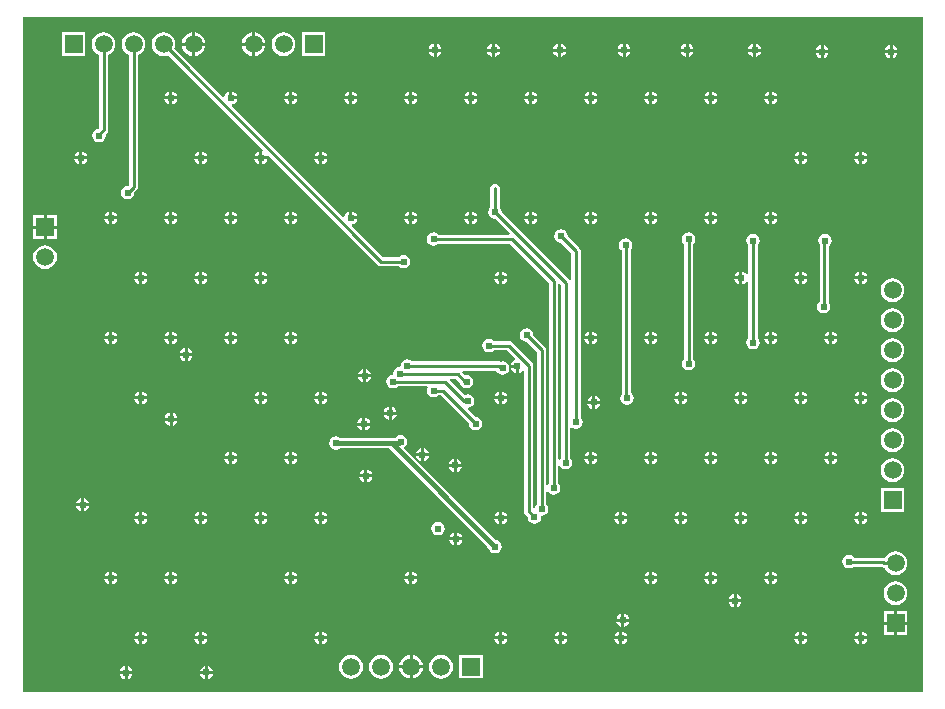
<source format=gbl>
G04*
G04 #@! TF.GenerationSoftware,Altium Limited,Altium Designer,20.1.14 (287)*
G04*
G04 Layer_Physical_Order=2*
G04 Layer_Color=16711680*
%FSLAX25Y25*%
%MOIN*%
G70*
G04*
G04 #@! TF.SameCoordinates,77D899AC-DA5C-4649-B6D6-03D989B7329D*
G04*
G04*
G04 #@! TF.FilePolarity,Positive*
G04*
G01*
G75*
%ADD34C,0.01000*%
%ADD35C,0.01500*%
%ADD36C,0.05906*%
%ADD37R,0.05906X0.05906*%
%ADD38R,0.05906X0.05906*%
%ADD39C,0.02400*%
G36*
X682000Y120500D02*
X382000D01*
Y345500D01*
X682000D01*
X682000Y120500D01*
D02*
G37*
%LPC*%
G36*
X459500Y340421D02*
Y337000D01*
X462921D01*
X462851Y337532D01*
X462453Y338493D01*
X461819Y339319D01*
X460993Y339953D01*
X460032Y340351D01*
X459500Y340421D01*
D02*
G37*
G36*
X439500D02*
Y337000D01*
X442921D01*
X442851Y337532D01*
X442453Y338493D01*
X441819Y339319D01*
X440993Y339953D01*
X440032Y340351D01*
X439500Y340421D01*
D02*
G37*
G36*
X438500D02*
X437968Y340351D01*
X437007Y339953D01*
X436181Y339319D01*
X435547Y338493D01*
X435149Y337532D01*
X435079Y337000D01*
X438500D01*
Y340421D01*
D02*
G37*
G36*
X458500D02*
X457968Y340351D01*
X457007Y339953D01*
X456181Y339319D01*
X455547Y338493D01*
X455149Y337532D01*
X455079Y337000D01*
X458500D01*
Y340421D01*
D02*
G37*
G36*
X626500Y336644D02*
Y335000D01*
X628144D01*
X628072Y335358D01*
X627586Y336086D01*
X626858Y336572D01*
X626500Y336644D01*
D02*
G37*
G36*
X625500D02*
X625142Y336572D01*
X624414Y336086D01*
X623928Y335358D01*
X623856Y335000D01*
X625500D01*
Y336644D01*
D02*
G37*
G36*
X604000D02*
Y335000D01*
X605644D01*
X605572Y335358D01*
X605086Y336086D01*
X604358Y336572D01*
X604000Y336644D01*
D02*
G37*
G36*
X603000D02*
X602642Y336572D01*
X601914Y336086D01*
X601428Y335358D01*
X601356Y335000D01*
X603000D01*
Y336644D01*
D02*
G37*
G36*
X583000D02*
Y335000D01*
X584644D01*
X584572Y335358D01*
X584086Y336086D01*
X583358Y336572D01*
X583000Y336644D01*
D02*
G37*
G36*
X582000D02*
X581642Y336572D01*
X580914Y336086D01*
X580428Y335358D01*
X580356Y335000D01*
X582000D01*
Y336644D01*
D02*
G37*
G36*
X561500D02*
Y335000D01*
X563144D01*
X563072Y335358D01*
X562586Y336086D01*
X561858Y336572D01*
X561500Y336644D01*
D02*
G37*
G36*
X560500D02*
X560142Y336572D01*
X559414Y336086D01*
X558928Y335358D01*
X558856Y335000D01*
X560500D01*
Y336644D01*
D02*
G37*
G36*
X539500D02*
Y335000D01*
X541144D01*
X541072Y335358D01*
X540586Y336086D01*
X539858Y336572D01*
X539500Y336644D01*
D02*
G37*
G36*
X538500D02*
X538142Y336572D01*
X537414Y336086D01*
X536928Y335358D01*
X536856Y335000D01*
X538500D01*
Y336644D01*
D02*
G37*
G36*
X520000D02*
Y335000D01*
X521644D01*
X521572Y335358D01*
X521086Y336086D01*
X520358Y336572D01*
X520000Y336644D01*
D02*
G37*
G36*
X519000D02*
X518642Y336572D01*
X517914Y336086D01*
X517428Y335358D01*
X517356Y335000D01*
X519000D01*
Y336644D01*
D02*
G37*
G36*
X672000Y336144D02*
Y334500D01*
X673644D01*
X673572Y334858D01*
X673086Y335586D01*
X672358Y336072D01*
X672000Y336144D01*
D02*
G37*
G36*
X671000D02*
X670642Y336072D01*
X669914Y335586D01*
X669428Y334858D01*
X669356Y334500D01*
X671000D01*
Y336144D01*
D02*
G37*
G36*
X649000D02*
Y334500D01*
X650644D01*
X650572Y334858D01*
X650086Y335586D01*
X649358Y336072D01*
X649000Y336144D01*
D02*
G37*
G36*
X648000D02*
X647642Y336072D01*
X646914Y335586D01*
X646428Y334858D01*
X646356Y334500D01*
X648000D01*
Y336144D01*
D02*
G37*
G36*
X462921Y336000D02*
X459500D01*
Y332579D01*
X460032Y332649D01*
X460993Y333047D01*
X461819Y333681D01*
X462453Y334507D01*
X462851Y335468D01*
X462921Y336000D01*
D02*
G37*
G36*
X442921D02*
X439500D01*
Y332579D01*
X440032Y332649D01*
X440993Y333047D01*
X441819Y333681D01*
X442453Y334507D01*
X442851Y335468D01*
X442921Y336000D01*
D02*
G37*
G36*
X438500D02*
X435079D01*
X435149Y335468D01*
X435547Y334507D01*
X436181Y333681D01*
X437007Y333047D01*
X437968Y332649D01*
X438500Y332579D01*
Y336000D01*
D02*
G37*
G36*
X458500D02*
X455079D01*
X455149Y335468D01*
X455547Y334507D01*
X456181Y333681D01*
X457007Y333047D01*
X457968Y332649D01*
X458500Y332579D01*
Y336000D01*
D02*
G37*
G36*
X482953Y340453D02*
X475047D01*
Y332547D01*
X482953D01*
Y340453D01*
D02*
G37*
G36*
X402953D02*
X395047D01*
Y332547D01*
X402953D01*
Y340453D01*
D02*
G37*
G36*
X469000Y340487D02*
X467968Y340351D01*
X467007Y339953D01*
X466181Y339319D01*
X465547Y338493D01*
X465149Y337532D01*
X465013Y336500D01*
X465149Y335468D01*
X465547Y334507D01*
X466181Y333681D01*
X467007Y333047D01*
X467968Y332649D01*
X469000Y332513D01*
X470032Y332649D01*
X470993Y333047D01*
X471819Y333681D01*
X472453Y334507D01*
X472851Y335468D01*
X472987Y336500D01*
X472851Y337532D01*
X472453Y338493D01*
X471819Y339319D01*
X470993Y339953D01*
X470032Y340351D01*
X469000Y340487D01*
D02*
G37*
G36*
X628144Y334000D02*
X626500D01*
Y332356D01*
X626858Y332428D01*
X627586Y332914D01*
X628072Y333642D01*
X628144Y334000D01*
D02*
G37*
G36*
X625500D02*
X623856D01*
X623928Y333642D01*
X624414Y332914D01*
X625142Y332428D01*
X625500Y332356D01*
Y334000D01*
D02*
G37*
G36*
X605644D02*
X604000D01*
Y332356D01*
X604358Y332428D01*
X605086Y332914D01*
X605572Y333642D01*
X605644Y334000D01*
D02*
G37*
G36*
X603000D02*
X601356D01*
X601428Y333642D01*
X601914Y332914D01*
X602642Y332428D01*
X603000Y332356D01*
Y334000D01*
D02*
G37*
G36*
X584644D02*
X583000D01*
Y332356D01*
X583358Y332428D01*
X584086Y332914D01*
X584572Y333642D01*
X584644Y334000D01*
D02*
G37*
G36*
X582000D02*
X580356D01*
X580428Y333642D01*
X580914Y332914D01*
X581642Y332428D01*
X582000Y332356D01*
Y334000D01*
D02*
G37*
G36*
X563144D02*
X561500D01*
Y332356D01*
X561858Y332428D01*
X562586Y332914D01*
X563072Y333642D01*
X563144Y334000D01*
D02*
G37*
G36*
X560500D02*
X558856D01*
X558928Y333642D01*
X559414Y332914D01*
X560142Y332428D01*
X560500Y332356D01*
Y334000D01*
D02*
G37*
G36*
X541144D02*
X539500D01*
Y332356D01*
X539858Y332428D01*
X540586Y332914D01*
X541072Y333642D01*
X541144Y334000D01*
D02*
G37*
G36*
X538500D02*
X536856D01*
X536928Y333642D01*
X537414Y332914D01*
X538142Y332428D01*
X538500Y332356D01*
Y334000D01*
D02*
G37*
G36*
X521644D02*
X520000D01*
Y332356D01*
X520358Y332428D01*
X521086Y332914D01*
X521572Y333642D01*
X521644Y334000D01*
D02*
G37*
G36*
X519000D02*
X517356D01*
X517428Y333642D01*
X517914Y332914D01*
X518642Y332428D01*
X519000Y332356D01*
Y334000D01*
D02*
G37*
G36*
X673644Y333500D02*
X672000D01*
Y331856D01*
X672358Y331928D01*
X673086Y332414D01*
X673572Y333142D01*
X673644Y333500D01*
D02*
G37*
G36*
X671000D02*
X669356D01*
X669428Y333142D01*
X669914Y332414D01*
X670642Y331928D01*
X671000Y331856D01*
Y333500D01*
D02*
G37*
G36*
X650644D02*
X649000D01*
Y331856D01*
X649358Y331928D01*
X650086Y332414D01*
X650572Y333142D01*
X650644Y333500D01*
D02*
G37*
G36*
X648000D02*
X646356D01*
X646428Y333142D01*
X646914Y332414D01*
X647642Y331928D01*
X648000Y331856D01*
Y333500D01*
D02*
G37*
G36*
X631915Y320687D02*
Y319043D01*
X633559D01*
X633487Y319402D01*
X633001Y320129D01*
X632273Y320616D01*
X631915Y320687D01*
D02*
G37*
G36*
X630915D02*
X630557Y320616D01*
X629829Y320129D01*
X629343Y319402D01*
X629271Y319043D01*
X630915D01*
Y320687D01*
D02*
G37*
G36*
X611915D02*
Y319043D01*
X613559D01*
X613487Y319402D01*
X613001Y320129D01*
X612273Y320616D01*
X611915Y320687D01*
D02*
G37*
G36*
X610915D02*
X610557Y320616D01*
X609829Y320129D01*
X609343Y319402D01*
X609271Y319043D01*
X610915D01*
Y320687D01*
D02*
G37*
G36*
X591915D02*
Y319043D01*
X593559D01*
X593487Y319402D01*
X593001Y320129D01*
X592273Y320616D01*
X591915Y320687D01*
D02*
G37*
G36*
X590915D02*
X590557Y320616D01*
X589829Y320129D01*
X589343Y319402D01*
X589271Y319043D01*
X590915D01*
Y320687D01*
D02*
G37*
G36*
X571915D02*
Y319043D01*
X573559D01*
X573487Y319402D01*
X573001Y320129D01*
X572273Y320616D01*
X571915Y320687D01*
D02*
G37*
G36*
X570915D02*
X570557Y320616D01*
X569829Y320129D01*
X569343Y319402D01*
X569271Y319043D01*
X570915D01*
Y320687D01*
D02*
G37*
G36*
X551915D02*
Y319043D01*
X553559D01*
X553487Y319402D01*
X553001Y320129D01*
X552273Y320616D01*
X551915Y320687D01*
D02*
G37*
G36*
X550915D02*
X550557Y320616D01*
X549829Y320129D01*
X549343Y319402D01*
X549271Y319043D01*
X550915D01*
Y320687D01*
D02*
G37*
G36*
X531915D02*
Y319043D01*
X533559D01*
X533487Y319402D01*
X533001Y320129D01*
X532273Y320616D01*
X531915Y320687D01*
D02*
G37*
G36*
X530915D02*
X530557Y320616D01*
X529829Y320129D01*
X529343Y319402D01*
X529271Y319043D01*
X530915D01*
Y320687D01*
D02*
G37*
G36*
X511915D02*
Y319043D01*
X513559D01*
X513487Y319402D01*
X513001Y320129D01*
X512273Y320616D01*
X511915Y320687D01*
D02*
G37*
G36*
X510915D02*
X510557Y320616D01*
X509829Y320129D01*
X509343Y319402D01*
X509271Y319043D01*
X510915D01*
Y320687D01*
D02*
G37*
G36*
X491915D02*
Y319043D01*
X493559D01*
X493487Y319402D01*
X493001Y320129D01*
X492273Y320616D01*
X491915Y320687D01*
D02*
G37*
G36*
X490915D02*
X490557Y320616D01*
X489829Y320129D01*
X489343Y319402D01*
X489271Y319043D01*
X490915D01*
Y320687D01*
D02*
G37*
G36*
X471915D02*
Y319043D01*
X473559D01*
X473487Y319402D01*
X473001Y320129D01*
X472273Y320616D01*
X471915Y320687D01*
D02*
G37*
G36*
X470915D02*
X470557Y320616D01*
X469829Y320129D01*
X469343Y319402D01*
X469271Y319043D01*
X470915D01*
Y320687D01*
D02*
G37*
G36*
X451915D02*
Y319043D01*
X453559D01*
X453487Y319402D01*
X453001Y320129D01*
X452273Y320616D01*
X451915Y320687D01*
D02*
G37*
G36*
X431915D02*
Y319043D01*
X433559D01*
X433487Y319402D01*
X433001Y320129D01*
X432273Y320616D01*
X431915Y320687D01*
D02*
G37*
G36*
X430915D02*
X430557Y320616D01*
X429829Y320129D01*
X429343Y319402D01*
X429271Y319043D01*
X430915D01*
Y320687D01*
D02*
G37*
G36*
X633559Y318043D02*
X631915D01*
Y316400D01*
X632273Y316471D01*
X633001Y316957D01*
X633487Y317685D01*
X633559Y318043D01*
D02*
G37*
G36*
X630915D02*
X629271D01*
X629343Y317685D01*
X629829Y316957D01*
X630557Y316471D01*
X630915Y316400D01*
Y318043D01*
D02*
G37*
G36*
X613559D02*
X611915D01*
Y316400D01*
X612273Y316471D01*
X613001Y316957D01*
X613487Y317685D01*
X613559Y318043D01*
D02*
G37*
G36*
X610915D02*
X609271D01*
X609343Y317685D01*
X609829Y316957D01*
X610557Y316471D01*
X610915Y316400D01*
Y318043D01*
D02*
G37*
G36*
X593559D02*
X591915D01*
Y316400D01*
X592273Y316471D01*
X593001Y316957D01*
X593487Y317685D01*
X593559Y318043D01*
D02*
G37*
G36*
X590915D02*
X589271D01*
X589343Y317685D01*
X589829Y316957D01*
X590557Y316471D01*
X590915Y316400D01*
Y318043D01*
D02*
G37*
G36*
X573559D02*
X571915D01*
Y316400D01*
X572273Y316471D01*
X573001Y316957D01*
X573487Y317685D01*
X573559Y318043D01*
D02*
G37*
G36*
X570915D02*
X569271D01*
X569343Y317685D01*
X569829Y316957D01*
X570557Y316471D01*
X570915Y316400D01*
Y318043D01*
D02*
G37*
G36*
X553559D02*
X551915D01*
Y316400D01*
X552273Y316471D01*
X553001Y316957D01*
X553487Y317685D01*
X553559Y318043D01*
D02*
G37*
G36*
X550915D02*
X549271D01*
X549343Y317685D01*
X549829Y316957D01*
X550557Y316471D01*
X550915Y316400D01*
Y318043D01*
D02*
G37*
G36*
X533559D02*
X531915D01*
Y316400D01*
X532273Y316471D01*
X533001Y316957D01*
X533487Y317685D01*
X533559Y318043D01*
D02*
G37*
G36*
X530915D02*
X529271D01*
X529343Y317685D01*
X529829Y316957D01*
X530557Y316471D01*
X530915Y316400D01*
Y318043D01*
D02*
G37*
G36*
X513559D02*
X511915D01*
Y316400D01*
X512273Y316471D01*
X513001Y316957D01*
X513487Y317685D01*
X513559Y318043D01*
D02*
G37*
G36*
X510915D02*
X509271D01*
X509343Y317685D01*
X509829Y316957D01*
X510557Y316471D01*
X510915Y316400D01*
Y318043D01*
D02*
G37*
G36*
X493559D02*
X491915D01*
Y316400D01*
X492273Y316471D01*
X493001Y316957D01*
X493487Y317685D01*
X493559Y318043D01*
D02*
G37*
G36*
X490915D02*
X489271D01*
X489343Y317685D01*
X489829Y316957D01*
X490557Y316471D01*
X490915Y316400D01*
Y318043D01*
D02*
G37*
G36*
X473559D02*
X471915D01*
Y316400D01*
X472273Y316471D01*
X473001Y316957D01*
X473487Y317685D01*
X473559Y318043D01*
D02*
G37*
G36*
X470915D02*
X469271D01*
X469343Y317685D01*
X469829Y316957D01*
X470557Y316471D01*
X470915Y316400D01*
Y318043D01*
D02*
G37*
G36*
X433559D02*
X431915D01*
Y316400D01*
X432273Y316471D01*
X433001Y316957D01*
X433487Y317685D01*
X433559Y318043D01*
D02*
G37*
G36*
X430915D02*
X429271D01*
X429343Y317685D01*
X429829Y316957D01*
X430557Y316471D01*
X430915Y316400D01*
Y318043D01*
D02*
G37*
G36*
X409000Y340487D02*
X407968Y340351D01*
X407007Y339953D01*
X406181Y339319D01*
X405547Y338493D01*
X405149Y337532D01*
X405013Y336500D01*
X405149Y335468D01*
X405547Y334507D01*
X406181Y333681D01*
X407007Y333047D01*
X407471Y332855D01*
Y308512D01*
X407127Y308169D01*
X406642Y308072D01*
X405914Y307586D01*
X405428Y306858D01*
X405257Y306000D01*
X405428Y305142D01*
X405914Y304414D01*
X406642Y303928D01*
X407500Y303757D01*
X408358Y303928D01*
X409086Y304414D01*
X409572Y305142D01*
X409743Y306000D01*
X409667Y306383D01*
X410081Y306797D01*
X410413Y307294D01*
X410529Y307879D01*
Y332855D01*
X410993Y333047D01*
X411819Y333681D01*
X412453Y334507D01*
X412851Y335468D01*
X412987Y336500D01*
X412851Y337532D01*
X412453Y338493D01*
X411819Y339319D01*
X410993Y339953D01*
X410032Y340351D01*
X409000Y340487D01*
D02*
G37*
G36*
X429000D02*
X427968Y340351D01*
X427007Y339953D01*
X426181Y339319D01*
X425547Y338493D01*
X425149Y337532D01*
X425013Y336500D01*
X425149Y335468D01*
X425547Y334507D01*
X426181Y333681D01*
X427007Y333047D01*
X427968Y332649D01*
X429000Y332513D01*
X430032Y332649D01*
X430496Y332841D01*
X462196Y301141D01*
X461950Y300680D01*
X461915Y300687D01*
Y299043D01*
X463559D01*
X463552Y299078D01*
X464012Y299325D01*
X500419Y262919D01*
X500915Y262587D01*
X501500Y262471D01*
X507376D01*
X507414Y262414D01*
X508142Y261928D01*
X509000Y261757D01*
X509858Y261928D01*
X510586Y262414D01*
X511072Y263142D01*
X511243Y264000D01*
X511072Y264858D01*
X510586Y265586D01*
X509858Y266072D01*
X509000Y266243D01*
X508142Y266072D01*
X507414Y265586D01*
X507376Y265529D01*
X502134D01*
X491797Y275866D01*
X491961Y276409D01*
X492273Y276471D01*
X493001Y276957D01*
X493487Y277685D01*
X493559Y278043D01*
X491415D01*
Y278543D01*
X490915D01*
Y280687D01*
X490557Y280616D01*
X489829Y280129D01*
X489343Y279402D01*
X489281Y279089D01*
X488738Y278925D01*
X451797Y315866D01*
X451961Y316409D01*
X452273Y316471D01*
X453001Y316957D01*
X453487Y317685D01*
X453559Y318043D01*
X451415D01*
Y318543D01*
X450915D01*
Y320687D01*
X450557Y320616D01*
X449829Y320129D01*
X449343Y319402D01*
X449281Y319090D01*
X448738Y318925D01*
X432659Y335004D01*
X432851Y335468D01*
X432987Y336500D01*
X432851Y337532D01*
X432453Y338493D01*
X431819Y339319D01*
X430993Y339953D01*
X430032Y340351D01*
X429000Y340487D01*
D02*
G37*
G36*
X661915Y300687D02*
Y299043D01*
X663559D01*
X663487Y299402D01*
X663001Y300129D01*
X662273Y300616D01*
X661915Y300687D01*
D02*
G37*
G36*
X660915D02*
X660557Y300616D01*
X659829Y300129D01*
X659343Y299402D01*
X659271Y299043D01*
X660915D01*
Y300687D01*
D02*
G37*
G36*
X641915D02*
Y299043D01*
X643559D01*
X643487Y299402D01*
X643001Y300129D01*
X642273Y300616D01*
X641915Y300687D01*
D02*
G37*
G36*
X640915D02*
X640557Y300616D01*
X639829Y300129D01*
X639343Y299402D01*
X639271Y299043D01*
X640915D01*
Y300687D01*
D02*
G37*
G36*
X481915D02*
Y299043D01*
X483559D01*
X483487Y299402D01*
X483001Y300129D01*
X482273Y300616D01*
X481915Y300687D01*
D02*
G37*
G36*
X480915D02*
X480557Y300616D01*
X479829Y300129D01*
X479343Y299402D01*
X479271Y299043D01*
X480915D01*
Y300687D01*
D02*
G37*
G36*
X460915D02*
X460557Y300616D01*
X459829Y300129D01*
X459343Y299402D01*
X459271Y299043D01*
X460915D01*
Y300687D01*
D02*
G37*
G36*
X441915D02*
Y299043D01*
X443559D01*
X443487Y299402D01*
X443001Y300129D01*
X442273Y300616D01*
X441915Y300687D01*
D02*
G37*
G36*
X440915D02*
X440557Y300616D01*
X439829Y300129D01*
X439343Y299402D01*
X439271Y299043D01*
X440915D01*
Y300687D01*
D02*
G37*
G36*
X401915D02*
Y299043D01*
X403559D01*
X403487Y299402D01*
X403001Y300129D01*
X402273Y300616D01*
X401915Y300687D01*
D02*
G37*
G36*
X400915D02*
X400557Y300616D01*
X399829Y300129D01*
X399343Y299402D01*
X399271Y299043D01*
X400915D01*
Y300687D01*
D02*
G37*
G36*
X663559Y298043D02*
X661915D01*
Y296400D01*
X662273Y296471D01*
X663001Y296957D01*
X663487Y297685D01*
X663559Y298043D01*
D02*
G37*
G36*
X660915D02*
X659271D01*
X659343Y297685D01*
X659829Y296957D01*
X660557Y296471D01*
X660915Y296400D01*
Y298043D01*
D02*
G37*
G36*
X643559D02*
X641915D01*
Y296400D01*
X642273Y296471D01*
X643001Y296957D01*
X643487Y297685D01*
X643559Y298043D01*
D02*
G37*
G36*
X640915D02*
X639271D01*
X639343Y297685D01*
X639829Y296957D01*
X640557Y296471D01*
X640915Y296400D01*
Y298043D01*
D02*
G37*
G36*
X483559D02*
X481915D01*
Y296400D01*
X482273Y296471D01*
X483001Y296957D01*
X483487Y297685D01*
X483559Y298043D01*
D02*
G37*
G36*
X480915D02*
X479271D01*
X479343Y297685D01*
X479829Y296957D01*
X480557Y296471D01*
X480915Y296400D01*
Y298043D01*
D02*
G37*
G36*
X463559D02*
X461915D01*
Y296400D01*
X462273Y296471D01*
X463001Y296957D01*
X463487Y297685D01*
X463559Y298043D01*
D02*
G37*
G36*
X460915D02*
X459271D01*
X459343Y297685D01*
X459829Y296957D01*
X460557Y296471D01*
X460915Y296400D01*
Y298043D01*
D02*
G37*
G36*
X443559D02*
X441915D01*
Y296400D01*
X442273Y296471D01*
X443001Y296957D01*
X443487Y297685D01*
X443559Y298043D01*
D02*
G37*
G36*
X440915D02*
X439271D01*
X439343Y297685D01*
X439829Y296957D01*
X440557Y296471D01*
X440915Y296400D01*
Y298043D01*
D02*
G37*
G36*
X403559D02*
X401915D01*
Y296400D01*
X402273Y296471D01*
X403001Y296957D01*
X403487Y297685D01*
X403559Y298043D01*
D02*
G37*
G36*
X400915D02*
X399271D01*
X399343Y297685D01*
X399829Y296957D01*
X400557Y296471D01*
X400915Y296400D01*
Y298043D01*
D02*
G37*
G36*
X419000Y340487D02*
X417968Y340351D01*
X417007Y339953D01*
X416181Y339319D01*
X415547Y338493D01*
X415149Y337532D01*
X415013Y336500D01*
X415149Y335468D01*
X415547Y334507D01*
X416181Y333681D01*
X417007Y333047D01*
X417471Y332855D01*
Y289633D01*
X417067Y289230D01*
X417000Y289243D01*
X416142Y289072D01*
X415414Y288586D01*
X414928Y287858D01*
X414757Y287000D01*
X414928Y286142D01*
X415414Y285414D01*
X416142Y284928D01*
X417000Y284757D01*
X417858Y284928D01*
X418586Y285414D01*
X419072Y286142D01*
X419243Y287000D01*
X419230Y287067D01*
X420081Y287919D01*
X420413Y288415D01*
X420529Y289000D01*
Y332855D01*
X420993Y333047D01*
X421819Y333681D01*
X422453Y334507D01*
X422851Y335468D01*
X422987Y336500D01*
X422851Y337532D01*
X422453Y338493D01*
X421819Y339319D01*
X420993Y339953D01*
X420032Y340351D01*
X419000Y340487D01*
D02*
G37*
G36*
X631915Y280687D02*
Y279043D01*
X633559D01*
X633487Y279402D01*
X633001Y280129D01*
X632273Y280616D01*
X631915Y280687D01*
D02*
G37*
G36*
X630915D02*
X630557Y280616D01*
X629829Y280129D01*
X629343Y279402D01*
X629271Y279043D01*
X630915D01*
Y280687D01*
D02*
G37*
G36*
X611915D02*
Y279043D01*
X613559D01*
X613487Y279402D01*
X613001Y280129D01*
X612273Y280616D01*
X611915Y280687D01*
D02*
G37*
G36*
X610915D02*
X610557Y280616D01*
X609829Y280129D01*
X609343Y279402D01*
X609271Y279043D01*
X610915D01*
Y280687D01*
D02*
G37*
G36*
X591915D02*
Y279043D01*
X593559D01*
X593487Y279402D01*
X593001Y280129D01*
X592273Y280616D01*
X591915Y280687D01*
D02*
G37*
G36*
X590915D02*
X590557Y280616D01*
X589829Y280129D01*
X589343Y279402D01*
X589271Y279043D01*
X590915D01*
Y280687D01*
D02*
G37*
G36*
X571915D02*
Y279043D01*
X573559D01*
X573487Y279402D01*
X573001Y280129D01*
X572273Y280616D01*
X571915Y280687D01*
D02*
G37*
G36*
X570915D02*
X570557Y280616D01*
X569829Y280129D01*
X569343Y279402D01*
X569271Y279043D01*
X570915D01*
Y280687D01*
D02*
G37*
G36*
X551915D02*
Y279043D01*
X553559D01*
X553487Y279402D01*
X553001Y280129D01*
X552273Y280616D01*
X551915Y280687D01*
D02*
G37*
G36*
X550915D02*
X550557Y280616D01*
X549829Y280129D01*
X549343Y279402D01*
X549271Y279043D01*
X550915D01*
Y280687D01*
D02*
G37*
G36*
X531915D02*
Y279043D01*
X533559D01*
X533487Y279402D01*
X533001Y280129D01*
X532273Y280616D01*
X531915Y280687D01*
D02*
G37*
G36*
X530915D02*
X530557Y280616D01*
X529829Y280129D01*
X529343Y279402D01*
X529271Y279043D01*
X530915D01*
Y280687D01*
D02*
G37*
G36*
X511915D02*
Y279043D01*
X513559D01*
X513487Y279402D01*
X513001Y280129D01*
X512273Y280616D01*
X511915Y280687D01*
D02*
G37*
G36*
X510915D02*
X510557Y280616D01*
X509829Y280129D01*
X509343Y279402D01*
X509271Y279043D01*
X510915D01*
Y280687D01*
D02*
G37*
G36*
X491915D02*
Y279043D01*
X493559D01*
X493487Y279402D01*
X493001Y280129D01*
X492273Y280616D01*
X491915Y280687D01*
D02*
G37*
G36*
X471915D02*
Y279043D01*
X473559D01*
X473487Y279402D01*
X473001Y280129D01*
X472273Y280616D01*
X471915Y280687D01*
D02*
G37*
G36*
X470915D02*
X470557Y280616D01*
X469829Y280129D01*
X469343Y279402D01*
X469271Y279043D01*
X470915D01*
Y280687D01*
D02*
G37*
G36*
X451915D02*
Y279043D01*
X453559D01*
X453487Y279402D01*
X453001Y280129D01*
X452273Y280616D01*
X451915Y280687D01*
D02*
G37*
G36*
X450915D02*
X450557Y280616D01*
X449829Y280129D01*
X449343Y279402D01*
X449271Y279043D01*
X450915D01*
Y280687D01*
D02*
G37*
G36*
X431915D02*
Y279043D01*
X433559D01*
X433487Y279402D01*
X433001Y280129D01*
X432273Y280616D01*
X431915Y280687D01*
D02*
G37*
G36*
X430915D02*
X430557Y280616D01*
X429829Y280129D01*
X429343Y279402D01*
X429271Y279043D01*
X430915D01*
Y280687D01*
D02*
G37*
G36*
X411915D02*
Y279043D01*
X413559D01*
X413487Y279402D01*
X413001Y280129D01*
X412273Y280616D01*
X411915Y280687D01*
D02*
G37*
G36*
X410915D02*
X410557Y280616D01*
X409829Y280129D01*
X409343Y279402D01*
X409271Y279043D01*
X410915D01*
Y280687D01*
D02*
G37*
G36*
X633559Y278043D02*
X631915D01*
Y276400D01*
X632273Y276471D01*
X633001Y276957D01*
X633487Y277685D01*
X633559Y278043D01*
D02*
G37*
G36*
X630915D02*
X629271D01*
X629343Y277685D01*
X629829Y276957D01*
X630557Y276471D01*
X630915Y276400D01*
Y278043D01*
D02*
G37*
G36*
X613559D02*
X611915D01*
Y276400D01*
X612273Y276471D01*
X613001Y276957D01*
X613487Y277685D01*
X613559Y278043D01*
D02*
G37*
G36*
X610915D02*
X609271D01*
X609343Y277685D01*
X609829Y276957D01*
X610557Y276471D01*
X610915Y276400D01*
Y278043D01*
D02*
G37*
G36*
X593559D02*
X591915D01*
Y276400D01*
X592273Y276471D01*
X593001Y276957D01*
X593487Y277685D01*
X593559Y278043D01*
D02*
G37*
G36*
X590915D02*
X589271D01*
X589343Y277685D01*
X589829Y276957D01*
X590557Y276471D01*
X590915Y276400D01*
Y278043D01*
D02*
G37*
G36*
X573559D02*
X571915D01*
Y276400D01*
X572273Y276471D01*
X573001Y276957D01*
X573487Y277685D01*
X573559Y278043D01*
D02*
G37*
G36*
X570915D02*
X569271D01*
X569343Y277685D01*
X569829Y276957D01*
X570557Y276471D01*
X570915Y276400D01*
Y278043D01*
D02*
G37*
G36*
X553559D02*
X551915D01*
Y276400D01*
X552273Y276471D01*
X553001Y276957D01*
X553487Y277685D01*
X553559Y278043D01*
D02*
G37*
G36*
X550915D02*
X549271D01*
X549343Y277685D01*
X549829Y276957D01*
X550557Y276471D01*
X550915Y276400D01*
Y278043D01*
D02*
G37*
G36*
X533559D02*
X531915D01*
Y276400D01*
X532273Y276471D01*
X533001Y276957D01*
X533487Y277685D01*
X533559Y278043D01*
D02*
G37*
G36*
X530915D02*
X529271D01*
X529343Y277685D01*
X529829Y276957D01*
X530557Y276471D01*
X530915Y276400D01*
Y278043D01*
D02*
G37*
G36*
X513559D02*
X511915D01*
Y276400D01*
X512273Y276471D01*
X513001Y276957D01*
X513487Y277685D01*
X513559Y278043D01*
D02*
G37*
G36*
X510915D02*
X509271D01*
X509343Y277685D01*
X509829Y276957D01*
X510557Y276471D01*
X510915Y276400D01*
Y278043D01*
D02*
G37*
G36*
X473559D02*
X471915D01*
Y276400D01*
X472273Y276471D01*
X473001Y276957D01*
X473487Y277685D01*
X473559Y278043D01*
D02*
G37*
G36*
X470915D02*
X469271D01*
X469343Y277685D01*
X469829Y276957D01*
X470557Y276471D01*
X470915Y276400D01*
Y278043D01*
D02*
G37*
G36*
X453559D02*
X451915D01*
Y276400D01*
X452273Y276471D01*
X453001Y276957D01*
X453487Y277685D01*
X453559Y278043D01*
D02*
G37*
G36*
X450915D02*
X449271D01*
X449343Y277685D01*
X449829Y276957D01*
X450557Y276471D01*
X450915Y276400D01*
Y278043D01*
D02*
G37*
G36*
X433559D02*
X431915D01*
Y276400D01*
X432273Y276471D01*
X433001Y276957D01*
X433487Y277685D01*
X433559Y278043D01*
D02*
G37*
G36*
X430915D02*
X429271D01*
X429343Y277685D01*
X429829Y276957D01*
X430557Y276471D01*
X430915Y276400D01*
Y278043D01*
D02*
G37*
G36*
X413559D02*
X411915D01*
Y276400D01*
X412273Y276471D01*
X413001Y276957D01*
X413487Y277685D01*
X413559Y278043D01*
D02*
G37*
G36*
X410915D02*
X409271D01*
X409343Y277685D01*
X409829Y276957D01*
X410557Y276471D01*
X410915Y276400D01*
Y278043D01*
D02*
G37*
G36*
X393453Y279453D02*
X390000D01*
Y276000D01*
X393453D01*
Y279453D01*
D02*
G37*
G36*
X389000D02*
X385547D01*
Y276000D01*
X389000D01*
Y279453D01*
D02*
G37*
G36*
X539500Y290029D02*
X538915Y289913D01*
X538419Y289581D01*
X538087Y289085D01*
X537971Y288500D01*
Y282124D01*
X537914Y282086D01*
X537428Y281358D01*
X537257Y280500D01*
X537428Y279642D01*
X537914Y278914D01*
X538642Y278428D01*
X539500Y278257D01*
X539567Y278270D01*
X544346Y273491D01*
X544154Y273029D01*
X520624D01*
X520586Y273086D01*
X519858Y273572D01*
X519000Y273743D01*
X518142Y273572D01*
X517414Y273086D01*
X516928Y272358D01*
X516757Y271500D01*
X516928Y270642D01*
X517414Y269914D01*
X518142Y269428D01*
X519000Y269257D01*
X519858Y269428D01*
X520586Y269914D01*
X520624Y269971D01*
X544367D01*
X557471Y256867D01*
Y190124D01*
X557414Y190086D01*
X557029Y189511D01*
X556529Y189662D01*
Y234500D01*
X556413Y235085D01*
X556081Y235581D01*
X552230Y239433D01*
X552243Y239500D01*
X552072Y240358D01*
X551586Y241086D01*
X550858Y241572D01*
X550000Y241743D01*
X549142Y241572D01*
X548414Y241086D01*
X547928Y240358D01*
X547757Y239500D01*
X547928Y238642D01*
X548414Y237914D01*
X549142Y237428D01*
X550000Y237257D01*
X550067Y237270D01*
X553471Y233867D01*
Y183124D01*
X553414Y183086D01*
X552928Y182358D01*
X552854Y181989D01*
X552812Y181935D01*
X552298Y181755D01*
X552229Y181814D01*
Y229300D01*
X552113Y229885D01*
X551781Y230381D01*
X545081Y237081D01*
X544585Y237413D01*
X544000Y237529D01*
X539124D01*
X539086Y237586D01*
X538358Y238072D01*
X537500Y238243D01*
X536642Y238072D01*
X535914Y237586D01*
X535428Y236858D01*
X535257Y236000D01*
X535428Y235142D01*
X535914Y234414D01*
X536642Y233928D01*
X537500Y233757D01*
X538358Y233928D01*
X539086Y234414D01*
X539124Y234471D01*
X543366D01*
X546204Y231633D01*
X546093Y231160D01*
X546031Y231099D01*
X545329Y230629D01*
X544843Y229902D01*
X544771Y229543D01*
X546915D01*
Y229043D01*
X547415D01*
Y226900D01*
X547773Y226971D01*
X548501Y227457D01*
X548671Y227711D01*
X549171Y227559D01*
Y180718D01*
X549287Y180133D01*
X549619Y179637D01*
X550373Y178882D01*
X550357Y178800D01*
X550528Y177942D01*
X551014Y177214D01*
X551742Y176728D01*
X552600Y176557D01*
X553458Y176728D01*
X554186Y177214D01*
X554672Y177942D01*
X554839Y178779D01*
X554980Y179237D01*
X555000Y179257D01*
X555858Y179428D01*
X556586Y179914D01*
X557072Y180642D01*
X557243Y181500D01*
X557072Y182358D01*
X556586Y183086D01*
X556529Y183124D01*
Y187338D01*
X557029Y187489D01*
X557414Y186914D01*
X558142Y186428D01*
X559000Y186257D01*
X559858Y186428D01*
X560586Y186914D01*
X561072Y187642D01*
X561243Y188500D01*
X561072Y189358D01*
X560586Y190086D01*
X560529Y190124D01*
Y195838D01*
X561029Y195989D01*
X561414Y195414D01*
X562142Y194928D01*
X563000Y194757D01*
X563858Y194928D01*
X564586Y195414D01*
X565072Y196142D01*
X565243Y197000D01*
X565072Y197858D01*
X564586Y198586D01*
X564529Y198624D01*
Y208658D01*
X565029Y208837D01*
X565642Y208428D01*
X566500Y208257D01*
X567358Y208428D01*
X568086Y208914D01*
X568572Y209642D01*
X568743Y210500D01*
X568572Y211358D01*
X568086Y212086D01*
X568029Y212124D01*
Y267500D01*
X567913Y268085D01*
X567581Y268581D01*
X563730Y272433D01*
X563743Y272500D01*
X563572Y273358D01*
X563086Y274086D01*
X562358Y274572D01*
X561500Y274743D01*
X560642Y274572D01*
X559914Y274086D01*
X559428Y273358D01*
X559257Y272500D01*
X559428Y271642D01*
X559914Y270914D01*
X560642Y270428D01*
X561500Y270257D01*
X561567Y270270D01*
X564971Y266866D01*
Y257345D01*
X564471Y257295D01*
X564413Y257585D01*
X564081Y258081D01*
X541730Y280433D01*
X541743Y280500D01*
X541572Y281358D01*
X541086Y282086D01*
X541029Y282124D01*
Y288500D01*
X540913Y289085D01*
X540581Y289581D01*
X540085Y289913D01*
X539500Y290029D01*
D02*
G37*
G36*
X393453Y275000D02*
X390000D01*
Y271547D01*
X393453D01*
Y275000D01*
D02*
G37*
G36*
X389000D02*
X385547D01*
Y271547D01*
X389000D01*
Y275000D01*
D02*
G37*
G36*
X389500Y269487D02*
X388468Y269351D01*
X387507Y268953D01*
X386681Y268319D01*
X386047Y267493D01*
X385649Y266532D01*
X385513Y265500D01*
X385649Y264468D01*
X386047Y263507D01*
X386681Y262681D01*
X387507Y262047D01*
X388468Y261649D01*
X389500Y261513D01*
X390532Y261649D01*
X391493Y262047D01*
X392319Y262681D01*
X392953Y263507D01*
X393351Y264468D01*
X393487Y265500D01*
X393351Y266532D01*
X392953Y267493D01*
X392319Y268319D01*
X391493Y268953D01*
X390532Y269351D01*
X389500Y269487D01*
D02*
G37*
G36*
X625500Y273243D02*
X624642Y273072D01*
X623914Y272586D01*
X623428Y271858D01*
X623257Y271000D01*
X623428Y270142D01*
X623914Y269414D01*
X623971Y269376D01*
Y259618D01*
X623508Y259420D01*
X623471Y259427D01*
X623001Y260129D01*
X622273Y260616D01*
X621915Y260687D01*
Y258543D01*
Y256400D01*
X622273Y256471D01*
X623001Y256957D01*
X623471Y257660D01*
X623508Y257666D01*
X623971Y257469D01*
Y238624D01*
X623914Y238586D01*
X623428Y237858D01*
X623257Y237000D01*
X623428Y236142D01*
X623914Y235414D01*
X624642Y234928D01*
X625500Y234757D01*
X626358Y234928D01*
X627086Y235414D01*
X627572Y236142D01*
X627743Y237000D01*
X627572Y237858D01*
X627086Y238586D01*
X627029Y238624D01*
Y269376D01*
X627086Y269414D01*
X627572Y270142D01*
X627743Y271000D01*
X627572Y271858D01*
X627086Y272586D01*
X626358Y273072D01*
X625500Y273243D01*
D02*
G37*
G36*
X661915Y260687D02*
Y259043D01*
X663559D01*
X663487Y259402D01*
X663001Y260129D01*
X662273Y260616D01*
X661915Y260687D01*
D02*
G37*
G36*
X660915D02*
X660557Y260616D01*
X659829Y260129D01*
X659343Y259402D01*
X659271Y259043D01*
X660915D01*
Y260687D01*
D02*
G37*
G36*
X641915D02*
Y259043D01*
X643559D01*
X643487Y259402D01*
X643001Y260129D01*
X642273Y260616D01*
X641915Y260687D01*
D02*
G37*
G36*
X640915D02*
X640557Y260616D01*
X639829Y260129D01*
X639343Y259402D01*
X639271Y259043D01*
X640915D01*
Y260687D01*
D02*
G37*
G36*
X620915D02*
X620557Y260616D01*
X619829Y260129D01*
X619343Y259402D01*
X619271Y259043D01*
X620915D01*
Y260687D01*
D02*
G37*
G36*
X541915D02*
Y259043D01*
X543559D01*
X543487Y259402D01*
X543001Y260129D01*
X542273Y260616D01*
X541915Y260687D01*
D02*
G37*
G36*
X540915D02*
X540557Y260616D01*
X539829Y260129D01*
X539343Y259402D01*
X539271Y259043D01*
X540915D01*
Y260687D01*
D02*
G37*
G36*
X461915D02*
Y259043D01*
X463559D01*
X463487Y259402D01*
X463001Y260129D01*
X462273Y260616D01*
X461915Y260687D01*
D02*
G37*
G36*
X460915D02*
X460557Y260616D01*
X459829Y260129D01*
X459343Y259402D01*
X459271Y259043D01*
X460915D01*
Y260687D01*
D02*
G37*
G36*
X441915D02*
Y259043D01*
X443559D01*
X443487Y259402D01*
X443001Y260129D01*
X442273Y260616D01*
X441915Y260687D01*
D02*
G37*
G36*
X440915D02*
X440557Y260616D01*
X439829Y260129D01*
X439343Y259402D01*
X439271Y259043D01*
X440915D01*
Y260687D01*
D02*
G37*
G36*
X421915D02*
Y259043D01*
X423559D01*
X423487Y259402D01*
X423001Y260129D01*
X422273Y260616D01*
X421915Y260687D01*
D02*
G37*
G36*
X420915D02*
X420557Y260616D01*
X419829Y260129D01*
X419343Y259402D01*
X419271Y259043D01*
X420915D01*
Y260687D01*
D02*
G37*
G36*
X663559Y258043D02*
X661915D01*
Y256400D01*
X662273Y256471D01*
X663001Y256957D01*
X663487Y257685D01*
X663559Y258043D01*
D02*
G37*
G36*
X660915D02*
X659271D01*
X659343Y257685D01*
X659829Y256957D01*
X660557Y256471D01*
X660915Y256400D01*
Y258043D01*
D02*
G37*
G36*
X643559D02*
X641915D01*
Y256400D01*
X642273Y256471D01*
X643001Y256957D01*
X643487Y257685D01*
X643559Y258043D01*
D02*
G37*
G36*
X640915D02*
X639271D01*
X639343Y257685D01*
X639829Y256957D01*
X640557Y256471D01*
X640915Y256400D01*
Y258043D01*
D02*
G37*
G36*
X620915D02*
X619271D01*
X619343Y257685D01*
X619829Y256957D01*
X620557Y256471D01*
X620915Y256400D01*
Y258043D01*
D02*
G37*
G36*
X543559D02*
X541915D01*
Y256400D01*
X542273Y256471D01*
X543001Y256957D01*
X543487Y257685D01*
X543559Y258043D01*
D02*
G37*
G36*
X540915D02*
X539271D01*
X539343Y257685D01*
X539829Y256957D01*
X540557Y256471D01*
X540915Y256400D01*
Y258043D01*
D02*
G37*
G36*
X463559D02*
X461915D01*
Y256400D01*
X462273Y256471D01*
X463001Y256957D01*
X463487Y257685D01*
X463559Y258043D01*
D02*
G37*
G36*
X460915D02*
X459271D01*
X459343Y257685D01*
X459829Y256957D01*
X460557Y256471D01*
X460915Y256400D01*
Y258043D01*
D02*
G37*
G36*
X443559D02*
X441915D01*
Y256400D01*
X442273Y256471D01*
X443001Y256957D01*
X443487Y257685D01*
X443559Y258043D01*
D02*
G37*
G36*
X440915D02*
X439271D01*
X439343Y257685D01*
X439829Y256957D01*
X440557Y256471D01*
X440915Y256400D01*
Y258043D01*
D02*
G37*
G36*
X423559D02*
X421915D01*
Y256400D01*
X422273Y256471D01*
X423001Y256957D01*
X423487Y257685D01*
X423559Y258043D01*
D02*
G37*
G36*
X420915D02*
X419271D01*
X419343Y257685D01*
X419829Y256957D01*
X420557Y256471D01*
X420915Y256400D01*
Y258043D01*
D02*
G37*
G36*
X672000Y258487D02*
X670968Y258351D01*
X670007Y257953D01*
X669181Y257319D01*
X668547Y256493D01*
X668149Y255532D01*
X668013Y254500D01*
X668149Y253468D01*
X668547Y252507D01*
X669181Y251681D01*
X670007Y251047D01*
X670968Y250649D01*
X672000Y250513D01*
X673032Y250649D01*
X673993Y251047D01*
X674819Y251681D01*
X675453Y252507D01*
X675851Y253468D01*
X675987Y254500D01*
X675851Y255532D01*
X675453Y256493D01*
X674819Y257319D01*
X673993Y257953D01*
X673032Y258351D01*
X672000Y258487D01*
D02*
G37*
G36*
X649500Y273243D02*
X648642Y273072D01*
X647914Y272586D01*
X647428Y271858D01*
X647257Y271000D01*
X647428Y270142D01*
X647721Y269703D01*
Y250791D01*
X647414Y250586D01*
X646928Y249858D01*
X646757Y249000D01*
X646928Y248142D01*
X647414Y247414D01*
X648142Y246928D01*
X649000Y246757D01*
X649858Y246928D01*
X650586Y247414D01*
X651072Y248142D01*
X651243Y249000D01*
X651072Y249858D01*
X650779Y250297D01*
Y269209D01*
X651086Y269414D01*
X651572Y270142D01*
X651743Y271000D01*
X651572Y271858D01*
X651086Y272586D01*
X650358Y273072D01*
X649500Y273243D01*
D02*
G37*
G36*
X672000Y248487D02*
X670968Y248351D01*
X670007Y247953D01*
X669181Y247319D01*
X668547Y246493D01*
X668149Y245532D01*
X668013Y244500D01*
X668149Y243468D01*
X668547Y242507D01*
X669181Y241681D01*
X670007Y241047D01*
X670968Y240649D01*
X672000Y240513D01*
X673032Y240649D01*
X673993Y241047D01*
X674819Y241681D01*
X675453Y242507D01*
X675851Y243468D01*
X675987Y244500D01*
X675851Y245532D01*
X675453Y246493D01*
X674819Y247319D01*
X673993Y247953D01*
X673032Y248351D01*
X672000Y248487D01*
D02*
G37*
G36*
X651915Y240687D02*
Y239043D01*
X653559D01*
X653487Y239402D01*
X653001Y240129D01*
X652273Y240616D01*
X651915Y240687D01*
D02*
G37*
G36*
X650915D02*
X650557Y240616D01*
X649829Y240129D01*
X649343Y239402D01*
X649271Y239043D01*
X650915D01*
Y240687D01*
D02*
G37*
G36*
X631915D02*
Y239043D01*
X633559D01*
X633487Y239402D01*
X633001Y240129D01*
X632273Y240616D01*
X631915Y240687D01*
D02*
G37*
G36*
X630915D02*
X630557Y240616D01*
X629829Y240129D01*
X629343Y239402D01*
X629271Y239043D01*
X630915D01*
Y240687D01*
D02*
G37*
G36*
X611915D02*
Y239043D01*
X613559D01*
X613487Y239402D01*
X613001Y240129D01*
X612273Y240616D01*
X611915Y240687D01*
D02*
G37*
G36*
X610915D02*
X610557Y240616D01*
X609829Y240129D01*
X609343Y239402D01*
X609271Y239043D01*
X610915D01*
Y240687D01*
D02*
G37*
G36*
X591915D02*
Y239043D01*
X593559D01*
X593487Y239402D01*
X593001Y240129D01*
X592273Y240616D01*
X591915Y240687D01*
D02*
G37*
G36*
X590915D02*
X590557Y240616D01*
X589829Y240129D01*
X589343Y239402D01*
X589271Y239043D01*
X590915D01*
Y240687D01*
D02*
G37*
G36*
X571915D02*
Y239043D01*
X573559D01*
X573487Y239402D01*
X573001Y240129D01*
X572273Y240616D01*
X571915Y240687D01*
D02*
G37*
G36*
X570915D02*
X570557Y240616D01*
X569829Y240129D01*
X569343Y239402D01*
X569271Y239043D01*
X570915D01*
Y240687D01*
D02*
G37*
G36*
X471915D02*
Y239043D01*
X473559D01*
X473487Y239402D01*
X473001Y240129D01*
X472273Y240616D01*
X471915Y240687D01*
D02*
G37*
G36*
X470915D02*
X470557Y240616D01*
X469829Y240129D01*
X469343Y239402D01*
X469271Y239043D01*
X470915D01*
Y240687D01*
D02*
G37*
G36*
X451915D02*
Y239043D01*
X453559D01*
X453487Y239402D01*
X453001Y240129D01*
X452273Y240616D01*
X451915Y240687D01*
D02*
G37*
G36*
X450915D02*
X450557Y240616D01*
X449829Y240129D01*
X449343Y239402D01*
X449271Y239043D01*
X450915D01*
Y240687D01*
D02*
G37*
G36*
X431915D02*
Y239043D01*
X433559D01*
X433487Y239402D01*
X433001Y240129D01*
X432273Y240616D01*
X431915Y240687D01*
D02*
G37*
G36*
X430915D02*
X430557Y240616D01*
X429829Y240129D01*
X429343Y239402D01*
X429271Y239043D01*
X430915D01*
Y240687D01*
D02*
G37*
G36*
X411915D02*
Y239043D01*
X413559D01*
X413487Y239402D01*
X413001Y240129D01*
X412273Y240616D01*
X411915Y240687D01*
D02*
G37*
G36*
X410915D02*
X410557Y240616D01*
X409829Y240129D01*
X409343Y239402D01*
X409271Y239043D01*
X410915D01*
Y240687D01*
D02*
G37*
G36*
X653559Y238043D02*
X651915D01*
Y236400D01*
X652273Y236471D01*
X653001Y236957D01*
X653487Y237685D01*
X653559Y238043D01*
D02*
G37*
G36*
X650915D02*
X649271D01*
X649343Y237685D01*
X649829Y236957D01*
X650557Y236471D01*
X650915Y236400D01*
Y238043D01*
D02*
G37*
G36*
X633559D02*
X631915D01*
Y236400D01*
X632273Y236471D01*
X633001Y236957D01*
X633487Y237685D01*
X633559Y238043D01*
D02*
G37*
G36*
X630915D02*
X629271D01*
X629343Y237685D01*
X629829Y236957D01*
X630557Y236471D01*
X630915Y236400D01*
Y238043D01*
D02*
G37*
G36*
X613559D02*
X611915D01*
Y236400D01*
X612273Y236471D01*
X613001Y236957D01*
X613487Y237685D01*
X613559Y238043D01*
D02*
G37*
G36*
X610915D02*
X609271D01*
X609343Y237685D01*
X609829Y236957D01*
X610557Y236471D01*
X610915Y236400D01*
Y238043D01*
D02*
G37*
G36*
X593559D02*
X591915D01*
Y236400D01*
X592273Y236471D01*
X593001Y236957D01*
X593487Y237685D01*
X593559Y238043D01*
D02*
G37*
G36*
X590915D02*
X589271D01*
X589343Y237685D01*
X589829Y236957D01*
X590557Y236471D01*
X590915Y236400D01*
Y238043D01*
D02*
G37*
G36*
X573559D02*
X571915D01*
Y236400D01*
X572273Y236471D01*
X573001Y236957D01*
X573487Y237685D01*
X573559Y238043D01*
D02*
G37*
G36*
X570915D02*
X569271D01*
X569343Y237685D01*
X569829Y236957D01*
X570557Y236471D01*
X570915Y236400D01*
Y238043D01*
D02*
G37*
G36*
X473559D02*
X471915D01*
Y236400D01*
X472273Y236471D01*
X473001Y236957D01*
X473487Y237685D01*
X473559Y238043D01*
D02*
G37*
G36*
X470915D02*
X469271D01*
X469343Y237685D01*
X469829Y236957D01*
X470557Y236471D01*
X470915Y236400D01*
Y238043D01*
D02*
G37*
G36*
X453559D02*
X451915D01*
Y236400D01*
X452273Y236471D01*
X453001Y236957D01*
X453487Y237685D01*
X453559Y238043D01*
D02*
G37*
G36*
X450915D02*
X449271D01*
X449343Y237685D01*
X449829Y236957D01*
X450557Y236471D01*
X450915Y236400D01*
Y238043D01*
D02*
G37*
G36*
X433559D02*
X431915D01*
Y236400D01*
X432273Y236471D01*
X433001Y236957D01*
X433487Y237685D01*
X433559Y238043D01*
D02*
G37*
G36*
X430915D02*
X429271D01*
X429343Y237685D01*
X429829Y236957D01*
X430557Y236471D01*
X430915Y236400D01*
Y238043D01*
D02*
G37*
G36*
X413559D02*
X411915D01*
Y236400D01*
X412273Y236471D01*
X413001Y236957D01*
X413487Y237685D01*
X413559Y238043D01*
D02*
G37*
G36*
X410915D02*
X409271D01*
X409343Y237685D01*
X409829Y236957D01*
X410557Y236471D01*
X410915Y236400D01*
Y238043D01*
D02*
G37*
G36*
X437000Y235144D02*
Y233500D01*
X438644D01*
X438572Y233858D01*
X438086Y234586D01*
X437358Y235072D01*
X437000Y235144D01*
D02*
G37*
G36*
X436000D02*
X435642Y235072D01*
X434914Y234586D01*
X434428Y233858D01*
X434356Y233500D01*
X436000D01*
Y235144D01*
D02*
G37*
G36*
X438644Y232500D02*
X437000D01*
Y230856D01*
X437358Y230928D01*
X438086Y231414D01*
X438572Y232142D01*
X438644Y232500D01*
D02*
G37*
G36*
X436000D02*
X434356D01*
X434428Y232142D01*
X434914Y231414D01*
X435642Y230928D01*
X436000Y230856D01*
Y232500D01*
D02*
G37*
G36*
X672000Y238487D02*
X670968Y238351D01*
X670007Y237953D01*
X669181Y237319D01*
X668547Y236493D01*
X668149Y235532D01*
X668013Y234500D01*
X668149Y233468D01*
X668547Y232507D01*
X669181Y231681D01*
X670007Y231047D01*
X670968Y230649D01*
X672000Y230513D01*
X673032Y230649D01*
X673993Y231047D01*
X674819Y231681D01*
X675453Y232507D01*
X675851Y233468D01*
X675987Y234500D01*
X675851Y235532D01*
X675453Y236493D01*
X674819Y237319D01*
X673993Y237953D01*
X673032Y238351D01*
X672000Y238487D01*
D02*
G37*
G36*
X604000Y273743D02*
X603142Y273572D01*
X602414Y273086D01*
X601928Y272358D01*
X601757Y271500D01*
X601928Y270642D01*
X602414Y269914D01*
X602471Y269876D01*
Y231624D01*
X602414Y231586D01*
X601928Y230858D01*
X601757Y230000D01*
X601928Y229142D01*
X602414Y228414D01*
X603142Y227928D01*
X604000Y227757D01*
X604858Y227928D01*
X605586Y228414D01*
X606072Y229142D01*
X606243Y230000D01*
X606072Y230858D01*
X605586Y231586D01*
X605529Y231624D01*
Y269876D01*
X605586Y269914D01*
X606072Y270642D01*
X606243Y271500D01*
X606072Y272358D01*
X605586Y273086D01*
X604858Y273572D01*
X604000Y273743D01*
D02*
G37*
G36*
X546415Y228543D02*
X544771D01*
X544843Y228185D01*
X545329Y227457D01*
X546057Y226971D01*
X546415Y226900D01*
Y228543D01*
D02*
G37*
G36*
X496500Y228144D02*
Y226500D01*
X498144D01*
X498072Y226858D01*
X497586Y227586D01*
X496858Y228072D01*
X496500Y228144D01*
D02*
G37*
G36*
X495500D02*
X495142Y228072D01*
X494414Y227586D01*
X493928Y226858D01*
X493856Y226500D01*
X495500D01*
Y228144D01*
D02*
G37*
G36*
X510300Y231443D02*
X509442Y231272D01*
X508714Y230786D01*
X508228Y230058D01*
X508098Y229404D01*
X507854Y228943D01*
X506995Y228772D01*
X506268Y228286D01*
X505782Y227558D01*
X505617Y226730D01*
X505500Y226243D01*
X504642Y226072D01*
X503914Y225586D01*
X503428Y224858D01*
X503257Y224000D01*
X503428Y223142D01*
X503914Y222414D01*
X504642Y221928D01*
X505500Y221757D01*
X506358Y221928D01*
X507086Y222414D01*
X507124Y222471D01*
X516806D01*
X517042Y222030D01*
X516928Y221858D01*
X516757Y221000D01*
X516928Y220142D01*
X517414Y219414D01*
X518142Y218928D01*
X519000Y218757D01*
X519858Y218928D01*
X520553Y219392D01*
X521445D01*
X530770Y210067D01*
X530757Y210000D01*
X530928Y209142D01*
X531414Y208414D01*
X532142Y207928D01*
X533000Y207757D01*
X533858Y207928D01*
X534586Y208414D01*
X535072Y209142D01*
X535243Y210000D01*
X535072Y210858D01*
X534586Y211586D01*
X533858Y212072D01*
X533000Y212243D01*
X532933Y212230D01*
X530369Y214794D01*
X530579Y215291D01*
X531268Y215428D01*
X531995Y215914D01*
X532481Y216642D01*
X532652Y217500D01*
X532481Y218358D01*
X531995Y219086D01*
X531268Y219572D01*
X530409Y219743D01*
X529551Y219572D01*
X529466Y219515D01*
X524473Y224509D01*
X524664Y224971D01*
X526367D01*
X527861Y223476D01*
X527928Y223142D01*
X528414Y222414D01*
X529142Y221928D01*
X530000Y221757D01*
X530858Y221928D01*
X531586Y222414D01*
X532072Y223142D01*
X532243Y224000D01*
X532072Y224858D01*
X531586Y225586D01*
X530858Y226072D01*
X530000Y226243D01*
X529516Y226147D01*
X528492Y227171D01*
X528699Y227671D01*
X539922D01*
X539928Y227642D01*
X540414Y226914D01*
X541142Y226428D01*
X542000Y226257D01*
X542858Y226428D01*
X543586Y226914D01*
X544072Y227642D01*
X544243Y228500D01*
X544072Y229358D01*
X543586Y230086D01*
X542858Y230572D01*
X542000Y230743D01*
X541426Y230629D01*
X540921Y230729D01*
X511924D01*
X511886Y230786D01*
X511158Y231272D01*
X510300Y231443D01*
D02*
G37*
G36*
X498144Y225500D02*
X496500D01*
Y223856D01*
X496858Y223928D01*
X497586Y224414D01*
X498072Y225142D01*
X498144Y225500D01*
D02*
G37*
G36*
X495500D02*
X493856D01*
X493928Y225142D01*
X494414Y224414D01*
X495142Y223928D01*
X495500Y223856D01*
Y225500D01*
D02*
G37*
G36*
X672000Y228487D02*
X670968Y228351D01*
X670007Y227953D01*
X669181Y227319D01*
X668547Y226493D01*
X668149Y225532D01*
X668013Y224500D01*
X668149Y223468D01*
X668547Y222507D01*
X669181Y221681D01*
X670007Y221047D01*
X670968Y220649D01*
X672000Y220513D01*
X673032Y220649D01*
X673993Y221047D01*
X674819Y221681D01*
X675453Y222507D01*
X675851Y223468D01*
X675987Y224500D01*
X675851Y225532D01*
X675453Y226493D01*
X674819Y227319D01*
X673993Y227953D01*
X673032Y228351D01*
X672000Y228487D01*
D02*
G37*
G36*
X661915Y220687D02*
Y219043D01*
X663559D01*
X663487Y219402D01*
X663001Y220129D01*
X662273Y220616D01*
X661915Y220687D01*
D02*
G37*
G36*
X660915D02*
X660557Y220616D01*
X659829Y220129D01*
X659343Y219402D01*
X659271Y219043D01*
X660915D01*
Y220687D01*
D02*
G37*
G36*
X641915D02*
Y219043D01*
X643559D01*
X643487Y219402D01*
X643001Y220129D01*
X642273Y220616D01*
X641915Y220687D01*
D02*
G37*
G36*
X640915D02*
X640557Y220616D01*
X639829Y220129D01*
X639343Y219402D01*
X639271Y219043D01*
X640915D01*
Y220687D01*
D02*
G37*
G36*
X621915D02*
Y219043D01*
X623559D01*
X623487Y219402D01*
X623001Y220129D01*
X622273Y220616D01*
X621915Y220687D01*
D02*
G37*
G36*
X620915D02*
X620557Y220616D01*
X619829Y220129D01*
X619343Y219402D01*
X619271Y219043D01*
X620915D01*
Y220687D01*
D02*
G37*
G36*
X601915D02*
Y219043D01*
X603559D01*
X603487Y219402D01*
X603001Y220129D01*
X602273Y220616D01*
X601915Y220687D01*
D02*
G37*
G36*
X600915D02*
X600557Y220616D01*
X599829Y220129D01*
X599343Y219402D01*
X599271Y219043D01*
X600915D01*
Y220687D01*
D02*
G37*
G36*
X541915D02*
Y219043D01*
X543559D01*
X543487Y219402D01*
X543001Y220129D01*
X542273Y220616D01*
X541915Y220687D01*
D02*
G37*
G36*
X540915D02*
X540557Y220616D01*
X539829Y220129D01*
X539343Y219402D01*
X539271Y219043D01*
X540915D01*
Y220687D01*
D02*
G37*
G36*
X481915D02*
Y219043D01*
X483559D01*
X483487Y219402D01*
X483001Y220129D01*
X482273Y220616D01*
X481915Y220687D01*
D02*
G37*
G36*
X480915D02*
X480557Y220616D01*
X479829Y220129D01*
X479343Y219402D01*
X479271Y219043D01*
X480915D01*
Y220687D01*
D02*
G37*
G36*
X461915D02*
Y219043D01*
X463559D01*
X463487Y219402D01*
X463001Y220129D01*
X462273Y220616D01*
X461915Y220687D01*
D02*
G37*
G36*
X460915D02*
X460557Y220616D01*
X459829Y220129D01*
X459343Y219402D01*
X459271Y219043D01*
X460915D01*
Y220687D01*
D02*
G37*
G36*
X421915D02*
Y219043D01*
X423559D01*
X423487Y219402D01*
X423001Y220129D01*
X422273Y220616D01*
X421915Y220687D01*
D02*
G37*
G36*
X420915D02*
X420557Y220616D01*
X419829Y220129D01*
X419343Y219402D01*
X419271Y219043D01*
X420915D01*
Y220687D01*
D02*
G37*
G36*
X572915Y219187D02*
Y217543D01*
X574559D01*
X574487Y217902D01*
X574001Y218629D01*
X573273Y219116D01*
X572915Y219187D01*
D02*
G37*
G36*
X571915D02*
X571557Y219116D01*
X570829Y218629D01*
X570343Y217902D01*
X570271Y217543D01*
X571915D01*
Y219187D01*
D02*
G37*
G36*
X663559Y218043D02*
X661915D01*
Y216400D01*
X662273Y216471D01*
X663001Y216957D01*
X663487Y217685D01*
X663559Y218043D01*
D02*
G37*
G36*
X660915D02*
X659271D01*
X659343Y217685D01*
X659829Y216957D01*
X660557Y216471D01*
X660915Y216400D01*
Y218043D01*
D02*
G37*
G36*
X643559D02*
X641915D01*
Y216400D01*
X642273Y216471D01*
X643001Y216957D01*
X643487Y217685D01*
X643559Y218043D01*
D02*
G37*
G36*
X640915D02*
X639271D01*
X639343Y217685D01*
X639829Y216957D01*
X640557Y216471D01*
X640915Y216400D01*
Y218043D01*
D02*
G37*
G36*
X623559D02*
X621915D01*
Y216400D01*
X622273Y216471D01*
X623001Y216957D01*
X623487Y217685D01*
X623559Y218043D01*
D02*
G37*
G36*
X620915D02*
X619271D01*
X619343Y217685D01*
X619829Y216957D01*
X620557Y216471D01*
X620915Y216400D01*
Y218043D01*
D02*
G37*
G36*
X603559D02*
X601915D01*
Y216400D01*
X602273Y216471D01*
X603001Y216957D01*
X603487Y217685D01*
X603559Y218043D01*
D02*
G37*
G36*
X600915D02*
X599271D01*
X599343Y217685D01*
X599829Y216957D01*
X600557Y216471D01*
X600915Y216400D01*
Y218043D01*
D02*
G37*
G36*
X543559D02*
X541915D01*
Y216400D01*
X542273Y216471D01*
X543001Y216957D01*
X543487Y217685D01*
X543559Y218043D01*
D02*
G37*
G36*
X540915D02*
X539271D01*
X539343Y217685D01*
X539829Y216957D01*
X540557Y216471D01*
X540915Y216400D01*
Y218043D01*
D02*
G37*
G36*
X483559D02*
X481915D01*
Y216400D01*
X482273Y216471D01*
X483001Y216957D01*
X483487Y217685D01*
X483559Y218043D01*
D02*
G37*
G36*
X480915D02*
X479271D01*
X479343Y217685D01*
X479829Y216957D01*
X480557Y216471D01*
X480915Y216400D01*
Y218043D01*
D02*
G37*
G36*
X463559D02*
X461915D01*
Y216400D01*
X462273Y216471D01*
X463001Y216957D01*
X463487Y217685D01*
X463559Y218043D01*
D02*
G37*
G36*
X460915D02*
X459271D01*
X459343Y217685D01*
X459829Y216957D01*
X460557Y216471D01*
X460915Y216400D01*
Y218043D01*
D02*
G37*
G36*
X423559D02*
X421915D01*
Y216400D01*
X422273Y216471D01*
X423001Y216957D01*
X423487Y217685D01*
X423559Y218043D01*
D02*
G37*
G36*
X420915D02*
X419271D01*
X419343Y217685D01*
X419829Y216957D01*
X420557Y216471D01*
X420915Y216400D01*
Y218043D01*
D02*
G37*
G36*
X583000Y271743D02*
X582142Y271572D01*
X581414Y271086D01*
X580928Y270358D01*
X580757Y269500D01*
X580928Y268642D01*
X581414Y267914D01*
X581721Y267709D01*
Y219797D01*
X581428Y219358D01*
X581257Y218500D01*
X581428Y217642D01*
X581914Y216914D01*
X582642Y216428D01*
X583500Y216257D01*
X584358Y216428D01*
X585086Y216914D01*
X585572Y217642D01*
X585743Y218500D01*
X585572Y219358D01*
X585086Y220086D01*
X584779Y220291D01*
Y268203D01*
X585072Y268642D01*
X585243Y269500D01*
X585072Y270358D01*
X584586Y271086D01*
X583858Y271572D01*
X583000Y271743D01*
D02*
G37*
G36*
X574559Y216543D02*
X572915D01*
Y214900D01*
X573273Y214971D01*
X574001Y215457D01*
X574487Y216185D01*
X574559Y216543D01*
D02*
G37*
G36*
X571915D02*
X570271D01*
X570343Y216185D01*
X570829Y215457D01*
X571557Y214971D01*
X571915Y214900D01*
Y216543D01*
D02*
G37*
G36*
X505063Y215644D02*
Y214000D01*
X506707D01*
X506635Y214358D01*
X506149Y215086D01*
X505421Y215572D01*
X505063Y215644D01*
D02*
G37*
G36*
X504063D02*
X503705Y215572D01*
X502977Y215086D01*
X502491Y214358D01*
X502419Y214000D01*
X504063D01*
Y215644D01*
D02*
G37*
G36*
X432000Y213644D02*
Y212000D01*
X433644D01*
X433572Y212358D01*
X433086Y213086D01*
X432358Y213572D01*
X432000Y213644D01*
D02*
G37*
G36*
X431000D02*
X430642Y213572D01*
X429914Y213086D01*
X429428Y212358D01*
X429356Y212000D01*
X431000D01*
Y213644D01*
D02*
G37*
G36*
X506707Y213000D02*
X505063D01*
Y211356D01*
X505421Y211428D01*
X506149Y211914D01*
X506635Y212642D01*
X506707Y213000D01*
D02*
G37*
G36*
X504063D02*
X502419D01*
X502491Y212642D01*
X502977Y211914D01*
X503705Y211428D01*
X504063Y211356D01*
Y213000D01*
D02*
G37*
G36*
X672000Y218487D02*
X670968Y218351D01*
X670007Y217953D01*
X669181Y217319D01*
X668547Y216493D01*
X668149Y215532D01*
X668013Y214500D01*
X668149Y213468D01*
X668547Y212507D01*
X669181Y211681D01*
X670007Y211047D01*
X670968Y210649D01*
X672000Y210513D01*
X673032Y210649D01*
X673993Y211047D01*
X674819Y211681D01*
X675453Y212507D01*
X675851Y213468D01*
X675987Y214500D01*
X675851Y215532D01*
X675453Y216493D01*
X674819Y217319D01*
X673993Y217953D01*
X673032Y218351D01*
X672000Y218487D01*
D02*
G37*
G36*
X496297Y212011D02*
Y210367D01*
X497940D01*
X497869Y210726D01*
X497383Y211454D01*
X496655Y211940D01*
X496297Y212011D01*
D02*
G37*
G36*
X495297D02*
X494939Y211940D01*
X494211Y211454D01*
X493724Y210726D01*
X493653Y210367D01*
X495297D01*
Y212011D01*
D02*
G37*
G36*
X433644Y211000D02*
X432000D01*
Y209356D01*
X432358Y209428D01*
X433086Y209914D01*
X433572Y210642D01*
X433644Y211000D01*
D02*
G37*
G36*
X431000D02*
X429356D01*
X429428Y210642D01*
X429914Y209914D01*
X430642Y209428D01*
X431000Y209356D01*
Y211000D01*
D02*
G37*
G36*
X497940Y209367D02*
X496297D01*
Y207724D01*
X496655Y207795D01*
X497383Y208281D01*
X497869Y209009D01*
X497940Y209367D01*
D02*
G37*
G36*
X495297D02*
X493653D01*
X493724Y209009D01*
X494211Y208281D01*
X494939Y207795D01*
X495297Y207724D01*
Y209367D01*
D02*
G37*
G36*
X508000Y206243D02*
X507142Y206072D01*
X506414Y205586D01*
X506212Y205284D01*
X487789D01*
X487358Y205572D01*
X486500Y205743D01*
X485642Y205572D01*
X484914Y205086D01*
X484428Y204358D01*
X484257Y203500D01*
X484428Y202642D01*
X484914Y201914D01*
X485642Y201428D01*
X486500Y201257D01*
X487358Y201428D01*
X487789Y201716D01*
X504261D01*
X537326Y168650D01*
X537428Y168142D01*
X537914Y167414D01*
X538642Y166928D01*
X539500Y166757D01*
X540358Y166928D01*
X541086Y167414D01*
X541572Y168142D01*
X541743Y169000D01*
X541572Y169858D01*
X541086Y170586D01*
X540358Y171072D01*
X539850Y171174D01*
X509279Y201744D01*
X509328Y202242D01*
X509586Y202414D01*
X510072Y203142D01*
X510243Y204000D01*
X510072Y204858D01*
X509586Y205586D01*
X508858Y206072D01*
X508000Y206243D01*
D02*
G37*
G36*
X672000Y208487D02*
X670968Y208351D01*
X670007Y207953D01*
X669181Y207319D01*
X668547Y206493D01*
X668149Y205532D01*
X668013Y204500D01*
X668149Y203468D01*
X668547Y202507D01*
X669181Y201681D01*
X670007Y201047D01*
X670968Y200649D01*
X672000Y200513D01*
X673032Y200649D01*
X673993Y201047D01*
X674819Y201681D01*
X675453Y202507D01*
X675851Y203468D01*
X675987Y204500D01*
X675851Y205532D01*
X675453Y206493D01*
X674819Y207319D01*
X673993Y207953D01*
X673032Y208351D01*
X672000Y208487D01*
D02*
G37*
G36*
X515801Y201801D02*
Y200157D01*
X517445D01*
X517373Y200516D01*
X516887Y201243D01*
X516159Y201729D01*
X515801Y201801D01*
D02*
G37*
G36*
X514801D02*
X514443Y201729D01*
X513715Y201243D01*
X513229Y200516D01*
X513157Y200157D01*
X514801D01*
Y201801D01*
D02*
G37*
G36*
X651915Y200687D02*
Y199043D01*
X653559D01*
X653487Y199402D01*
X653001Y200129D01*
X652273Y200616D01*
X651915Y200687D01*
D02*
G37*
G36*
X650915D02*
X650557Y200616D01*
X649829Y200129D01*
X649343Y199402D01*
X649271Y199043D01*
X650915D01*
Y200687D01*
D02*
G37*
G36*
X631915D02*
Y199043D01*
X633559D01*
X633487Y199402D01*
X633001Y200129D01*
X632273Y200616D01*
X631915Y200687D01*
D02*
G37*
G36*
X630915D02*
X630557Y200616D01*
X629829Y200129D01*
X629343Y199402D01*
X629271Y199043D01*
X630915D01*
Y200687D01*
D02*
G37*
G36*
X611915D02*
Y199043D01*
X613559D01*
X613487Y199402D01*
X613001Y200129D01*
X612273Y200616D01*
X611915Y200687D01*
D02*
G37*
G36*
X610915D02*
X610557Y200616D01*
X609829Y200129D01*
X609343Y199402D01*
X609271Y199043D01*
X610915D01*
Y200687D01*
D02*
G37*
G36*
X591915D02*
Y199043D01*
X593559D01*
X593487Y199402D01*
X593001Y200129D01*
X592273Y200616D01*
X591915Y200687D01*
D02*
G37*
G36*
X590915D02*
X590557Y200616D01*
X589829Y200129D01*
X589343Y199402D01*
X589271Y199043D01*
X590915D01*
Y200687D01*
D02*
G37*
G36*
X571915D02*
Y199043D01*
X573559D01*
X573487Y199402D01*
X573001Y200129D01*
X572273Y200616D01*
X571915Y200687D01*
D02*
G37*
G36*
X570915D02*
X570557Y200616D01*
X569829Y200129D01*
X569343Y199402D01*
X569271Y199043D01*
X570915D01*
Y200687D01*
D02*
G37*
G36*
X471915D02*
Y199043D01*
X473559D01*
X473487Y199402D01*
X473001Y200129D01*
X472273Y200616D01*
X471915Y200687D01*
D02*
G37*
G36*
X470915D02*
X470557Y200616D01*
X469829Y200129D01*
X469343Y199402D01*
X469271Y199043D01*
X470915D01*
Y200687D01*
D02*
G37*
G36*
X451915D02*
Y199043D01*
X453559D01*
X453487Y199402D01*
X453001Y200129D01*
X452273Y200616D01*
X451915Y200687D01*
D02*
G37*
G36*
X450915D02*
X450557Y200616D01*
X449829Y200129D01*
X449343Y199402D01*
X449271Y199043D01*
X450915D01*
Y200687D01*
D02*
G37*
G36*
X517445Y199157D02*
X515801D01*
Y197514D01*
X516159Y197585D01*
X516887Y198071D01*
X517373Y198799D01*
X517445Y199157D01*
D02*
G37*
G36*
X514801D02*
X513157D01*
X513229Y198799D01*
X513715Y198071D01*
X514443Y197585D01*
X514801Y197514D01*
Y199157D01*
D02*
G37*
G36*
X526733Y198187D02*
Y196543D01*
X528377D01*
X528306Y196902D01*
X527819Y197629D01*
X527092Y198116D01*
X526733Y198187D01*
D02*
G37*
G36*
X525733D02*
X525375Y198116D01*
X524647Y197629D01*
X524161Y196902D01*
X524090Y196543D01*
X525733D01*
Y198187D01*
D02*
G37*
G36*
X653559Y198043D02*
X651915D01*
Y196400D01*
X652273Y196471D01*
X653001Y196957D01*
X653487Y197685D01*
X653559Y198043D01*
D02*
G37*
G36*
X650915D02*
X649271D01*
X649343Y197685D01*
X649829Y196957D01*
X650557Y196471D01*
X650915Y196400D01*
Y198043D01*
D02*
G37*
G36*
X633559D02*
X631915D01*
Y196400D01*
X632273Y196471D01*
X633001Y196957D01*
X633487Y197685D01*
X633559Y198043D01*
D02*
G37*
G36*
X630915D02*
X629271D01*
X629343Y197685D01*
X629829Y196957D01*
X630557Y196471D01*
X630915Y196400D01*
Y198043D01*
D02*
G37*
G36*
X613559D02*
X611915D01*
Y196400D01*
X612273Y196471D01*
X613001Y196957D01*
X613487Y197685D01*
X613559Y198043D01*
D02*
G37*
G36*
X610915D02*
X609271D01*
X609343Y197685D01*
X609829Y196957D01*
X610557Y196471D01*
X610915Y196400D01*
Y198043D01*
D02*
G37*
G36*
X593559D02*
X591915D01*
Y196400D01*
X592273Y196471D01*
X593001Y196957D01*
X593487Y197685D01*
X593559Y198043D01*
D02*
G37*
G36*
X590915D02*
X589271D01*
X589343Y197685D01*
X589829Y196957D01*
X590557Y196471D01*
X590915Y196400D01*
Y198043D01*
D02*
G37*
G36*
X573559D02*
X571915D01*
Y196400D01*
X572273Y196471D01*
X573001Y196957D01*
X573487Y197685D01*
X573559Y198043D01*
D02*
G37*
G36*
X570915D02*
X569271D01*
X569343Y197685D01*
X569829Y196957D01*
X570557Y196471D01*
X570915Y196400D01*
Y198043D01*
D02*
G37*
G36*
X473559D02*
X471915D01*
Y196400D01*
X472273Y196471D01*
X473001Y196957D01*
X473487Y197685D01*
X473559Y198043D01*
D02*
G37*
G36*
X470915D02*
X469271D01*
X469343Y197685D01*
X469829Y196957D01*
X470557Y196471D01*
X470915Y196400D01*
Y198043D01*
D02*
G37*
G36*
X453559D02*
X451915D01*
Y196400D01*
X452273Y196471D01*
X453001Y196957D01*
X453487Y197685D01*
X453559Y198043D01*
D02*
G37*
G36*
X450915D02*
X449271D01*
X449343Y197685D01*
X449829Y196957D01*
X450557Y196471D01*
X450915Y196400D01*
Y198043D01*
D02*
G37*
G36*
X528377Y195543D02*
X526733D01*
Y193900D01*
X527092Y193971D01*
X527819Y194457D01*
X528306Y195185D01*
X528377Y195543D01*
D02*
G37*
G36*
X525733D02*
X524090D01*
X524161Y195185D01*
X524647Y194457D01*
X525375Y193971D01*
X525733Y193900D01*
Y195543D01*
D02*
G37*
G36*
X496915Y194687D02*
Y193043D01*
X498559D01*
X498487Y193402D01*
X498001Y194129D01*
X497273Y194616D01*
X496915Y194687D01*
D02*
G37*
G36*
X495915D02*
X495557Y194616D01*
X494829Y194129D01*
X494343Y193402D01*
X494271Y193043D01*
X495915D01*
Y194687D01*
D02*
G37*
G36*
X672000Y198487D02*
X670968Y198351D01*
X670007Y197953D01*
X669181Y197319D01*
X668547Y196493D01*
X668149Y195532D01*
X668013Y194500D01*
X668149Y193468D01*
X668547Y192507D01*
X669181Y191681D01*
X670007Y191047D01*
X670968Y190649D01*
X672000Y190513D01*
X673032Y190649D01*
X673993Y191047D01*
X674819Y191681D01*
X675453Y192507D01*
X675851Y193468D01*
X675987Y194500D01*
X675851Y195532D01*
X675453Y196493D01*
X674819Y197319D01*
X673993Y197953D01*
X673032Y198351D01*
X672000Y198487D01*
D02*
G37*
G36*
X498559Y192043D02*
X496915D01*
Y190400D01*
X497273Y190471D01*
X498001Y190957D01*
X498487Y191685D01*
X498559Y192043D01*
D02*
G37*
G36*
X495915D02*
X494271D01*
X494343Y191685D01*
X494829Y190957D01*
X495557Y190471D01*
X495915Y190400D01*
Y192043D01*
D02*
G37*
G36*
X402500Y185144D02*
Y183500D01*
X404144D01*
X404072Y183858D01*
X403586Y184586D01*
X402858Y185072D01*
X402500Y185144D01*
D02*
G37*
G36*
X401500D02*
X401142Y185072D01*
X400414Y184586D01*
X399928Y183858D01*
X399856Y183500D01*
X401500D01*
Y185144D01*
D02*
G37*
G36*
X404144Y182500D02*
X402500D01*
Y180856D01*
X402858Y180928D01*
X403586Y181414D01*
X404072Y182142D01*
X404144Y182500D01*
D02*
G37*
G36*
X401500D02*
X399856D01*
X399928Y182142D01*
X400414Y181414D01*
X401142Y180928D01*
X401500Y180856D01*
Y182500D01*
D02*
G37*
G36*
X675953Y188453D02*
X668047D01*
Y180547D01*
X675953D01*
Y188453D01*
D02*
G37*
G36*
X661915Y180687D02*
Y179043D01*
X663559D01*
X663487Y179402D01*
X663001Y180129D01*
X662273Y180616D01*
X661915Y180687D01*
D02*
G37*
G36*
X660915D02*
X660557Y180616D01*
X659829Y180129D01*
X659343Y179402D01*
X659271Y179043D01*
X660915D01*
Y180687D01*
D02*
G37*
G36*
X641915D02*
Y179043D01*
X643559D01*
X643487Y179402D01*
X643001Y180129D01*
X642273Y180616D01*
X641915Y180687D01*
D02*
G37*
G36*
X640915D02*
X640557Y180616D01*
X639829Y180129D01*
X639343Y179402D01*
X639271Y179043D01*
X640915D01*
Y180687D01*
D02*
G37*
G36*
X621915D02*
Y179043D01*
X623559D01*
X623487Y179402D01*
X623001Y180129D01*
X622273Y180616D01*
X621915Y180687D01*
D02*
G37*
G36*
X620915D02*
X620557Y180616D01*
X619829Y180129D01*
X619343Y179402D01*
X619271Y179043D01*
X620915D01*
Y180687D01*
D02*
G37*
G36*
X601915D02*
Y179043D01*
X603559D01*
X603487Y179402D01*
X603001Y180129D01*
X602273Y180616D01*
X601915Y180687D01*
D02*
G37*
G36*
X600915D02*
X600557Y180616D01*
X599829Y180129D01*
X599343Y179402D01*
X599271Y179043D01*
X600915D01*
Y180687D01*
D02*
G37*
G36*
X581915D02*
Y179043D01*
X583559D01*
X583487Y179402D01*
X583001Y180129D01*
X582273Y180616D01*
X581915Y180687D01*
D02*
G37*
G36*
X580915D02*
X580557Y180616D01*
X579829Y180129D01*
X579343Y179402D01*
X579271Y179043D01*
X580915D01*
Y180687D01*
D02*
G37*
G36*
X541915D02*
Y179043D01*
X543559D01*
X543487Y179402D01*
X543001Y180129D01*
X542273Y180616D01*
X541915Y180687D01*
D02*
G37*
G36*
X540915D02*
X540557Y180616D01*
X539829Y180129D01*
X539343Y179402D01*
X539271Y179043D01*
X540915D01*
Y180687D01*
D02*
G37*
G36*
X481915D02*
Y179043D01*
X483559D01*
X483487Y179402D01*
X483001Y180129D01*
X482273Y180616D01*
X481915Y180687D01*
D02*
G37*
G36*
X480915D02*
X480557Y180616D01*
X479829Y180129D01*
X479343Y179402D01*
X479271Y179043D01*
X480915D01*
Y180687D01*
D02*
G37*
G36*
X461915D02*
Y179043D01*
X463559D01*
X463487Y179402D01*
X463001Y180129D01*
X462273Y180616D01*
X461915Y180687D01*
D02*
G37*
G36*
X460915D02*
X460557Y180616D01*
X459829Y180129D01*
X459343Y179402D01*
X459271Y179043D01*
X460915D01*
Y180687D01*
D02*
G37*
G36*
X441915D02*
Y179043D01*
X443559D01*
X443487Y179402D01*
X443001Y180129D01*
X442273Y180616D01*
X441915Y180687D01*
D02*
G37*
G36*
X440915D02*
X440557Y180616D01*
X439829Y180129D01*
X439343Y179402D01*
X439271Y179043D01*
X440915D01*
Y180687D01*
D02*
G37*
G36*
X421915D02*
Y179043D01*
X423559D01*
X423487Y179402D01*
X423001Y180129D01*
X422273Y180616D01*
X421915Y180687D01*
D02*
G37*
G36*
X420915D02*
X420557Y180616D01*
X419829Y180129D01*
X419343Y179402D01*
X419271Y179043D01*
X420915D01*
Y180687D01*
D02*
G37*
G36*
X663559Y178043D02*
X661915D01*
Y176400D01*
X662273Y176471D01*
X663001Y176957D01*
X663487Y177685D01*
X663559Y178043D01*
D02*
G37*
G36*
X660915D02*
X659271D01*
X659343Y177685D01*
X659829Y176957D01*
X660557Y176471D01*
X660915Y176400D01*
Y178043D01*
D02*
G37*
G36*
X643559D02*
X641915D01*
Y176400D01*
X642273Y176471D01*
X643001Y176957D01*
X643487Y177685D01*
X643559Y178043D01*
D02*
G37*
G36*
X640915D02*
X639271D01*
X639343Y177685D01*
X639829Y176957D01*
X640557Y176471D01*
X640915Y176400D01*
Y178043D01*
D02*
G37*
G36*
X623559D02*
X621915D01*
Y176400D01*
X622273Y176471D01*
X623001Y176957D01*
X623487Y177685D01*
X623559Y178043D01*
D02*
G37*
G36*
X620915D02*
X619271D01*
X619343Y177685D01*
X619829Y176957D01*
X620557Y176471D01*
X620915Y176400D01*
Y178043D01*
D02*
G37*
G36*
X603559D02*
X601915D01*
Y176400D01*
X602273Y176471D01*
X603001Y176957D01*
X603487Y177685D01*
X603559Y178043D01*
D02*
G37*
G36*
X600915D02*
X599271D01*
X599343Y177685D01*
X599829Y176957D01*
X600557Y176471D01*
X600915Y176400D01*
Y178043D01*
D02*
G37*
G36*
X583559D02*
X581915D01*
Y176400D01*
X582273Y176471D01*
X583001Y176957D01*
X583487Y177685D01*
X583559Y178043D01*
D02*
G37*
G36*
X580915D02*
X579271D01*
X579343Y177685D01*
X579829Y176957D01*
X580557Y176471D01*
X580915Y176400D01*
Y178043D01*
D02*
G37*
G36*
X543559D02*
X541915D01*
Y176400D01*
X542273Y176471D01*
X543001Y176957D01*
X543487Y177685D01*
X543559Y178043D01*
D02*
G37*
G36*
X540915D02*
X539271D01*
X539343Y177685D01*
X539829Y176957D01*
X540557Y176471D01*
X540915Y176400D01*
Y178043D01*
D02*
G37*
G36*
X483559D02*
X481915D01*
Y176400D01*
X482273Y176471D01*
X483001Y176957D01*
X483487Y177685D01*
X483559Y178043D01*
D02*
G37*
G36*
X480915D02*
X479271D01*
X479343Y177685D01*
X479829Y176957D01*
X480557Y176471D01*
X480915Y176400D01*
Y178043D01*
D02*
G37*
G36*
X463559D02*
X461915D01*
Y176400D01*
X462273Y176471D01*
X463001Y176957D01*
X463487Y177685D01*
X463559Y178043D01*
D02*
G37*
G36*
X460915D02*
X459271D01*
X459343Y177685D01*
X459829Y176957D01*
X460557Y176471D01*
X460915Y176400D01*
Y178043D01*
D02*
G37*
G36*
X443559D02*
X441915D01*
Y176400D01*
X442273Y176471D01*
X443001Y176957D01*
X443487Y177685D01*
X443559Y178043D01*
D02*
G37*
G36*
X440915D02*
X439271D01*
X439343Y177685D01*
X439829Y176957D01*
X440557Y176471D01*
X440915Y176400D01*
Y178043D01*
D02*
G37*
G36*
X423559D02*
X421915D01*
Y176400D01*
X422273Y176471D01*
X423001Y176957D01*
X423487Y177685D01*
X423559Y178043D01*
D02*
G37*
G36*
X420915D02*
X419271D01*
X419343Y177685D01*
X419829Y176957D01*
X420557Y176471D01*
X420915Y176400D01*
Y178043D01*
D02*
G37*
G36*
X520500Y177243D02*
X519642Y177072D01*
X518914Y176586D01*
X518428Y175858D01*
X518257Y175000D01*
X518428Y174142D01*
X518914Y173414D01*
X519642Y172928D01*
X520500Y172757D01*
X521358Y172928D01*
X522086Y173414D01*
X522572Y174142D01*
X522743Y175000D01*
X522572Y175858D01*
X522086Y176586D01*
X521358Y177072D01*
X520500Y177243D01*
D02*
G37*
G36*
X526915Y173687D02*
Y172043D01*
X528559D01*
X528487Y172402D01*
X528001Y173129D01*
X527273Y173616D01*
X526915Y173687D01*
D02*
G37*
G36*
X525915D02*
X525557Y173616D01*
X524829Y173129D01*
X524343Y172402D01*
X524271Y172043D01*
X525915D01*
Y173687D01*
D02*
G37*
G36*
X528559Y171043D02*
X526915D01*
Y169400D01*
X527273Y169471D01*
X528001Y169957D01*
X528487Y170685D01*
X528559Y171043D01*
D02*
G37*
G36*
X525915D02*
X524271D01*
X524343Y170685D01*
X524829Y169957D01*
X525557Y169471D01*
X525915Y169400D01*
Y171043D01*
D02*
G37*
G36*
X673000Y167487D02*
X671968Y167351D01*
X671007Y166953D01*
X670181Y166319D01*
X669547Y165493D01*
X669421Y165189D01*
X669335Y165163D01*
X668750Y165279D01*
X659291D01*
X659086Y165586D01*
X658358Y166072D01*
X657500Y166243D01*
X656642Y166072D01*
X655914Y165586D01*
X655428Y164858D01*
X655257Y164000D01*
X655428Y163142D01*
X655914Y162414D01*
X656642Y161928D01*
X657500Y161757D01*
X658358Y161928D01*
X658797Y162221D01*
X668215D01*
X668415Y162087D01*
X669000Y161971D01*
X669355D01*
X669547Y161507D01*
X670181Y160681D01*
X671007Y160047D01*
X671968Y159649D01*
X673000Y159513D01*
X674032Y159649D01*
X674993Y160047D01*
X675819Y160681D01*
X676453Y161507D01*
X676851Y162468D01*
X676987Y163500D01*
X676851Y164532D01*
X676453Y165493D01*
X675819Y166319D01*
X674993Y166953D01*
X674032Y167351D01*
X673000Y167487D01*
D02*
G37*
G36*
X631915Y160687D02*
Y159043D01*
X633559D01*
X633487Y159402D01*
X633001Y160129D01*
X632273Y160616D01*
X631915Y160687D01*
D02*
G37*
G36*
X630915D02*
X630557Y160616D01*
X629829Y160129D01*
X629343Y159402D01*
X629271Y159043D01*
X630915D01*
Y160687D01*
D02*
G37*
G36*
X611915D02*
Y159043D01*
X613559D01*
X613487Y159402D01*
X613001Y160129D01*
X612273Y160616D01*
X611915Y160687D01*
D02*
G37*
G36*
X610915D02*
X610557Y160616D01*
X609829Y160129D01*
X609343Y159402D01*
X609271Y159043D01*
X610915D01*
Y160687D01*
D02*
G37*
G36*
X591915D02*
Y159043D01*
X593559D01*
X593487Y159402D01*
X593001Y160129D01*
X592273Y160616D01*
X591915Y160687D01*
D02*
G37*
G36*
X590915D02*
X590557Y160616D01*
X589829Y160129D01*
X589343Y159402D01*
X589271Y159043D01*
X590915D01*
Y160687D01*
D02*
G37*
G36*
X511915D02*
Y159043D01*
X513559D01*
X513487Y159402D01*
X513001Y160129D01*
X512273Y160616D01*
X511915Y160687D01*
D02*
G37*
G36*
X510915D02*
X510557Y160616D01*
X509829Y160129D01*
X509343Y159402D01*
X509271Y159043D01*
X510915D01*
Y160687D01*
D02*
G37*
G36*
X471915D02*
Y159043D01*
X473559D01*
X473487Y159402D01*
X473001Y160129D01*
X472273Y160616D01*
X471915Y160687D01*
D02*
G37*
G36*
X470915D02*
X470557Y160616D01*
X469829Y160129D01*
X469343Y159402D01*
X469271Y159043D01*
X470915D01*
Y160687D01*
D02*
G37*
G36*
X431915D02*
Y159043D01*
X433559D01*
X433487Y159402D01*
X433001Y160129D01*
X432273Y160616D01*
X431915Y160687D01*
D02*
G37*
G36*
X430915D02*
X430557Y160616D01*
X429829Y160129D01*
X429343Y159402D01*
X429271Y159043D01*
X430915D01*
Y160687D01*
D02*
G37*
G36*
X411915D02*
Y159043D01*
X413559D01*
X413487Y159402D01*
X413001Y160129D01*
X412273Y160616D01*
X411915Y160687D01*
D02*
G37*
G36*
X410915D02*
X410557Y160616D01*
X409829Y160129D01*
X409343Y159402D01*
X409271Y159043D01*
X410915D01*
Y160687D01*
D02*
G37*
G36*
X633559Y158043D02*
X631915D01*
Y156400D01*
X632273Y156471D01*
X633001Y156957D01*
X633487Y157685D01*
X633559Y158043D01*
D02*
G37*
G36*
X630915D02*
X629271D01*
X629343Y157685D01*
X629829Y156957D01*
X630557Y156471D01*
X630915Y156400D01*
Y158043D01*
D02*
G37*
G36*
X613559D02*
X611915D01*
Y156400D01*
X612273Y156471D01*
X613001Y156957D01*
X613487Y157685D01*
X613559Y158043D01*
D02*
G37*
G36*
X610915D02*
X609271D01*
X609343Y157685D01*
X609829Y156957D01*
X610557Y156471D01*
X610915Y156400D01*
Y158043D01*
D02*
G37*
G36*
X593559D02*
X591915D01*
Y156400D01*
X592273Y156471D01*
X593001Y156957D01*
X593487Y157685D01*
X593559Y158043D01*
D02*
G37*
G36*
X590915D02*
X589271D01*
X589343Y157685D01*
X589829Y156957D01*
X590557Y156471D01*
X590915Y156400D01*
Y158043D01*
D02*
G37*
G36*
X513559D02*
X511915D01*
Y156400D01*
X512273Y156471D01*
X513001Y156957D01*
X513487Y157685D01*
X513559Y158043D01*
D02*
G37*
G36*
X510915D02*
X509271D01*
X509343Y157685D01*
X509829Y156957D01*
X510557Y156471D01*
X510915Y156400D01*
Y158043D01*
D02*
G37*
G36*
X473559D02*
X471915D01*
Y156400D01*
X472273Y156471D01*
X473001Y156957D01*
X473487Y157685D01*
X473559Y158043D01*
D02*
G37*
G36*
X470915D02*
X469271D01*
X469343Y157685D01*
X469829Y156957D01*
X470557Y156471D01*
X470915Y156400D01*
Y158043D01*
D02*
G37*
G36*
X433559D02*
X431915D01*
Y156400D01*
X432273Y156471D01*
X433001Y156957D01*
X433487Y157685D01*
X433559Y158043D01*
D02*
G37*
G36*
X430915D02*
X429271D01*
X429343Y157685D01*
X429829Y156957D01*
X430557Y156471D01*
X430915Y156400D01*
Y158043D01*
D02*
G37*
G36*
X413559D02*
X411915D01*
Y156400D01*
X412273Y156471D01*
X413001Y156957D01*
X413487Y157685D01*
X413559Y158043D01*
D02*
G37*
G36*
X410915D02*
X409271D01*
X409343Y157685D01*
X409829Y156957D01*
X410557Y156471D01*
X410915Y156400D01*
Y158043D01*
D02*
G37*
G36*
X620000Y153144D02*
Y151500D01*
X621644D01*
X621572Y151858D01*
X621086Y152586D01*
X620358Y153072D01*
X620000Y153144D01*
D02*
G37*
G36*
X619000D02*
X618642Y153072D01*
X617914Y152586D01*
X617428Y151858D01*
X617356Y151500D01*
X619000D01*
Y153144D01*
D02*
G37*
G36*
X673000Y157487D02*
X671968Y157351D01*
X671007Y156953D01*
X670181Y156319D01*
X669547Y155493D01*
X669149Y154532D01*
X669013Y153500D01*
X669149Y152468D01*
X669547Y151507D01*
X670181Y150681D01*
X671007Y150047D01*
X671968Y149649D01*
X673000Y149513D01*
X674032Y149649D01*
X674993Y150047D01*
X675819Y150681D01*
X676453Y151507D01*
X676851Y152468D01*
X676987Y153500D01*
X676851Y154532D01*
X676453Y155493D01*
X675819Y156319D01*
X674993Y156953D01*
X674032Y157351D01*
X673000Y157487D01*
D02*
G37*
G36*
X621644Y150500D02*
X620000D01*
Y148856D01*
X620358Y148928D01*
X621086Y149414D01*
X621572Y150142D01*
X621644Y150500D01*
D02*
G37*
G36*
X619000D02*
X617356D01*
X617428Y150142D01*
X617914Y149414D01*
X618642Y148928D01*
X619000Y148856D01*
Y150500D01*
D02*
G37*
G36*
X582639Y146635D02*
Y144992D01*
X584282D01*
X584211Y145350D01*
X583725Y146078D01*
X582997Y146564D01*
X582639Y146635D01*
D02*
G37*
G36*
X581638D02*
X581280Y146564D01*
X580552Y146078D01*
X580066Y145350D01*
X579995Y144992D01*
X581638D01*
Y146635D01*
D02*
G37*
G36*
X676953Y147453D02*
X673500D01*
Y144000D01*
X676953D01*
Y147453D01*
D02*
G37*
G36*
X672500D02*
X669047D01*
Y144000D01*
X672500D01*
Y147453D01*
D02*
G37*
G36*
X584282Y143992D02*
X582639D01*
Y142348D01*
X582997Y142419D01*
X583725Y142906D01*
X584211Y143633D01*
X584282Y143992D01*
D02*
G37*
G36*
X581638D02*
X579995D01*
X580066Y143633D01*
X580552Y142906D01*
X581280Y142419D01*
X581638Y142348D01*
Y143992D01*
D02*
G37*
G36*
X676953Y143000D02*
X673500D01*
Y139547D01*
X676953D01*
Y143000D01*
D02*
G37*
G36*
X672500D02*
X669047D01*
Y139547D01*
X672500D01*
Y143000D01*
D02*
G37*
G36*
X661915Y140687D02*
Y139043D01*
X663559D01*
X663487Y139402D01*
X663001Y140129D01*
X662273Y140616D01*
X661915Y140687D01*
D02*
G37*
G36*
X660915D02*
X660557Y140616D01*
X659829Y140129D01*
X659343Y139402D01*
X659271Y139043D01*
X660915D01*
Y140687D01*
D02*
G37*
G36*
X641915D02*
Y139043D01*
X643559D01*
X643487Y139402D01*
X643001Y140129D01*
X642273Y140616D01*
X641915Y140687D01*
D02*
G37*
G36*
X640915D02*
X640557Y140616D01*
X639829Y140129D01*
X639343Y139402D01*
X639271Y139043D01*
X640915D01*
Y140687D01*
D02*
G37*
G36*
X581915D02*
Y139043D01*
X583559D01*
X583487Y139402D01*
X583001Y140129D01*
X582273Y140616D01*
X581915Y140687D01*
D02*
G37*
G36*
X580915D02*
X580557Y140616D01*
X579829Y140129D01*
X579343Y139402D01*
X579271Y139043D01*
X580915D01*
Y140687D01*
D02*
G37*
G36*
X561915D02*
Y139043D01*
X563559D01*
X563487Y139402D01*
X563001Y140129D01*
X562273Y140616D01*
X561915Y140687D01*
D02*
G37*
G36*
X560915D02*
X560557Y140616D01*
X559829Y140129D01*
X559343Y139402D01*
X559271Y139043D01*
X560915D01*
Y140687D01*
D02*
G37*
G36*
X541915D02*
Y139043D01*
X543559D01*
X543487Y139402D01*
X543001Y140129D01*
X542273Y140616D01*
X541915Y140687D01*
D02*
G37*
G36*
X540915D02*
X540557Y140616D01*
X539829Y140129D01*
X539343Y139402D01*
X539271Y139043D01*
X540915D01*
Y140687D01*
D02*
G37*
G36*
X481915D02*
Y139043D01*
X483559D01*
X483487Y139402D01*
X483001Y140129D01*
X482273Y140616D01*
X481915Y140687D01*
D02*
G37*
G36*
X480915D02*
X480557Y140616D01*
X479829Y140129D01*
X479343Y139402D01*
X479271Y139043D01*
X480915D01*
Y140687D01*
D02*
G37*
G36*
X441915D02*
Y139043D01*
X443559D01*
X443487Y139402D01*
X443001Y140129D01*
X442273Y140616D01*
X441915Y140687D01*
D02*
G37*
G36*
X440915D02*
X440557Y140616D01*
X439829Y140129D01*
X439343Y139402D01*
X439271Y139043D01*
X440915D01*
Y140687D01*
D02*
G37*
G36*
X421915D02*
Y139043D01*
X423559D01*
X423487Y139402D01*
X423001Y140129D01*
X422273Y140616D01*
X421915Y140687D01*
D02*
G37*
G36*
X420915D02*
X420557Y140616D01*
X419829Y140129D01*
X419343Y139402D01*
X419271Y139043D01*
X420915D01*
Y140687D01*
D02*
G37*
G36*
X663559Y138043D02*
X661915D01*
Y136400D01*
X662273Y136471D01*
X663001Y136957D01*
X663487Y137685D01*
X663559Y138043D01*
D02*
G37*
G36*
X660915D02*
X659271D01*
X659343Y137685D01*
X659829Y136957D01*
X660557Y136471D01*
X660915Y136400D01*
Y138043D01*
D02*
G37*
G36*
X643559D02*
X641915D01*
Y136400D01*
X642273Y136471D01*
X643001Y136957D01*
X643487Y137685D01*
X643559Y138043D01*
D02*
G37*
G36*
X640915D02*
X639271D01*
X639343Y137685D01*
X639829Y136957D01*
X640557Y136471D01*
X640915Y136400D01*
Y138043D01*
D02*
G37*
G36*
X583559D02*
X581915D01*
Y136400D01*
X582273Y136471D01*
X583001Y136957D01*
X583487Y137685D01*
X583559Y138043D01*
D02*
G37*
G36*
X580915D02*
X579271D01*
X579343Y137685D01*
X579829Y136957D01*
X580557Y136471D01*
X580915Y136400D01*
Y138043D01*
D02*
G37*
G36*
X563559D02*
X561915D01*
Y136400D01*
X562273Y136471D01*
X563001Y136957D01*
X563487Y137685D01*
X563559Y138043D01*
D02*
G37*
G36*
X560915D02*
X559271D01*
X559343Y137685D01*
X559829Y136957D01*
X560557Y136471D01*
X560915Y136400D01*
Y138043D01*
D02*
G37*
G36*
X543559D02*
X541915D01*
Y136400D01*
X542273Y136471D01*
X543001Y136957D01*
X543487Y137685D01*
X543559Y138043D01*
D02*
G37*
G36*
X540915D02*
X539271D01*
X539343Y137685D01*
X539829Y136957D01*
X540557Y136471D01*
X540915Y136400D01*
Y138043D01*
D02*
G37*
G36*
X483559D02*
X481915D01*
Y136400D01*
X482273Y136471D01*
X483001Y136957D01*
X483487Y137685D01*
X483559Y138043D01*
D02*
G37*
G36*
X480915D02*
X479271D01*
X479343Y137685D01*
X479829Y136957D01*
X480557Y136471D01*
X480915Y136400D01*
Y138043D01*
D02*
G37*
G36*
X443559D02*
X441915D01*
Y136400D01*
X442273Y136471D01*
X443001Y136957D01*
X443487Y137685D01*
X443559Y138043D01*
D02*
G37*
G36*
X440915D02*
X439271D01*
X439343Y137685D01*
X439829Y136957D01*
X440557Y136471D01*
X440915Y136400D01*
Y138043D01*
D02*
G37*
G36*
X423559D02*
X421915D01*
Y136400D01*
X422273Y136471D01*
X423001Y136957D01*
X423487Y137685D01*
X423559Y138043D01*
D02*
G37*
G36*
X420915D02*
X419271D01*
X419343Y137685D01*
X419829Y136957D01*
X420557Y136471D01*
X420915Y136400D01*
Y138043D01*
D02*
G37*
G36*
X512000Y132921D02*
Y129500D01*
X515421D01*
X515351Y130032D01*
X514953Y130993D01*
X514319Y131819D01*
X513493Y132453D01*
X512532Y132851D01*
X512000Y132921D01*
D02*
G37*
G36*
X511000D02*
X510468Y132851D01*
X509507Y132453D01*
X508681Y131819D01*
X508047Y130993D01*
X507649Y130032D01*
X507579Y129500D01*
X511000D01*
Y132921D01*
D02*
G37*
G36*
X443784Y129207D02*
Y127563D01*
X445427D01*
X445356Y127921D01*
X444870Y128649D01*
X444142Y129135D01*
X443784Y129207D01*
D02*
G37*
G36*
X442784D02*
X442425Y129135D01*
X441698Y128649D01*
X441211Y127921D01*
X441140Y127563D01*
X442784D01*
Y129207D01*
D02*
G37*
G36*
X417000Y129144D02*
Y127500D01*
X418644D01*
X418572Y127858D01*
X418086Y128586D01*
X417358Y129072D01*
X417000Y129144D01*
D02*
G37*
G36*
X416000D02*
X415642Y129072D01*
X414914Y128586D01*
X414428Y127858D01*
X414356Y127500D01*
X416000D01*
Y129144D01*
D02*
G37*
G36*
X515421Y128500D02*
X512000D01*
Y125079D01*
X512532Y125149D01*
X513493Y125547D01*
X514319Y126181D01*
X514953Y127007D01*
X515351Y127968D01*
X515421Y128500D01*
D02*
G37*
G36*
X511000D02*
X507579D01*
X507649Y127968D01*
X508047Y127007D01*
X508681Y126181D01*
X509507Y125547D01*
X510468Y125149D01*
X511000Y125079D01*
Y128500D01*
D02*
G37*
G36*
X535453Y132953D02*
X527547D01*
Y125047D01*
X535453D01*
Y132953D01*
D02*
G37*
G36*
X521500Y132987D02*
X520468Y132851D01*
X519507Y132453D01*
X518681Y131819D01*
X518047Y130993D01*
X517649Y130032D01*
X517513Y129000D01*
X517649Y127968D01*
X518047Y127007D01*
X518681Y126181D01*
X519507Y125547D01*
X520468Y125149D01*
X521500Y125013D01*
X522532Y125149D01*
X523493Y125547D01*
X524319Y126181D01*
X524953Y127007D01*
X525351Y127968D01*
X525487Y129000D01*
X525351Y130032D01*
X524953Y130993D01*
X524319Y131819D01*
X523493Y132453D01*
X522532Y132851D01*
X521500Y132987D01*
D02*
G37*
G36*
X501500D02*
X500468Y132851D01*
X499507Y132453D01*
X498681Y131819D01*
X498047Y130993D01*
X497649Y130032D01*
X497513Y129000D01*
X497649Y127968D01*
X498047Y127007D01*
X498681Y126181D01*
X499507Y125547D01*
X500468Y125149D01*
X501500Y125013D01*
X502532Y125149D01*
X503493Y125547D01*
X504319Y126181D01*
X504953Y127007D01*
X505351Y127968D01*
X505487Y129000D01*
X505351Y130032D01*
X504953Y130993D01*
X504319Y131819D01*
X503493Y132453D01*
X502532Y132851D01*
X501500Y132987D01*
D02*
G37*
G36*
X491500D02*
X490468Y132851D01*
X489507Y132453D01*
X488681Y131819D01*
X488047Y130993D01*
X487649Y130032D01*
X487513Y129000D01*
X487649Y127968D01*
X488047Y127007D01*
X488681Y126181D01*
X489507Y125547D01*
X490468Y125149D01*
X491500Y125013D01*
X492532Y125149D01*
X493493Y125547D01*
X494319Y126181D01*
X494953Y127007D01*
X495351Y127968D01*
X495487Y129000D01*
X495351Y130032D01*
X494953Y130993D01*
X494319Y131819D01*
X493493Y132453D01*
X492532Y132851D01*
X491500Y132987D01*
D02*
G37*
G36*
X445427Y126563D02*
X443784D01*
Y124919D01*
X444142Y124991D01*
X444870Y125477D01*
X445356Y126205D01*
X445427Y126563D01*
D02*
G37*
G36*
X442784D02*
X441140D01*
X441211Y126205D01*
X441698Y125477D01*
X442425Y124991D01*
X442784Y124919D01*
Y126563D01*
D02*
G37*
G36*
X418644Y126500D02*
X417000D01*
Y124856D01*
X417358Y124928D01*
X418086Y125414D01*
X418572Y126142D01*
X418644Y126500D01*
D02*
G37*
G36*
X416000D02*
X414356D01*
X414428Y126142D01*
X414914Y125414D01*
X415642Y124928D01*
X416000Y124856D01*
Y126500D01*
D02*
G37*
%LPD*%
G36*
X561471Y256366D02*
Y198624D01*
X561414Y198586D01*
X561029Y198011D01*
X560529Y198162D01*
Y256654D01*
X560991Y256846D01*
X561471Y256366D01*
D02*
G37*
D34*
X505500Y224000D02*
X522818D01*
X529318Y217500D02*
X530409D01*
X522818Y224000D02*
X529318Y217500D01*
X529500Y224000D02*
X530000D01*
X527000Y226500D02*
X529500Y224000D01*
X508054Y226500D02*
X527000D01*
X669000Y163500D02*
X673000D01*
X657750Y163750D02*
X668750D01*
X669000Y163500D01*
X657500Y164000D02*
X657750Y163750D01*
X649250Y270750D02*
X649500Y271000D01*
X649250Y249250D02*
Y270750D01*
X649000Y249000D02*
X649250Y249250D01*
X604000Y230000D02*
Y271500D01*
X519000D02*
X545000D01*
X559000Y188500D02*
Y257500D01*
X545000Y271500D02*
X559000Y257500D01*
X522079Y220921D02*
X533000Y210000D01*
X519079Y220921D02*
X522079D01*
X519000Y221000D02*
X519079Y220921D01*
X550700Y180718D02*
Y229300D01*
Y180718D02*
X552600Y178818D01*
X544000Y236000D02*
X550700Y229300D01*
X407500Y306000D02*
Y306379D01*
X409000Y307879D01*
Y336500D01*
X501500Y264000D02*
X509000D01*
X429000Y336500D02*
X501500Y264000D01*
X417000Y287000D02*
X419000Y289000D01*
Y336500D01*
X566455Y210545D02*
X566500Y210591D01*
Y267500D01*
X561500Y272500D02*
X566500Y267500D01*
X583250Y218750D02*
X583500Y218500D01*
X583250Y218750D02*
Y269250D01*
X583000Y269500D02*
X583250Y269250D01*
X625500Y237000D02*
Y271000D01*
X563000Y197000D02*
Y257000D01*
X539500Y280500D02*
X563000Y257000D01*
X539500Y280500D02*
Y288500D01*
X507854Y226700D02*
X508054Y226500D01*
X537500Y236000D02*
X544000D01*
X510300Y229200D02*
X540921D01*
X541621Y228500D01*
X542000D01*
X550000Y239500D02*
X555000Y234500D01*
X552600Y178800D02*
Y178818D01*
X555000Y181500D02*
Y234500D01*
D35*
X505000Y203500D02*
X507500D01*
X486500D02*
X505000D01*
X539500Y169000D01*
D36*
X673000Y163500D02*
D03*
Y153500D02*
D03*
X389500Y265500D02*
D03*
X521500Y129000D02*
D03*
X511500D02*
D03*
X501500D02*
D03*
X491500D02*
D03*
X672000Y254500D02*
D03*
Y244500D02*
D03*
Y234500D02*
D03*
Y224500D02*
D03*
Y214500D02*
D03*
Y204500D02*
D03*
Y194500D02*
D03*
X469000Y336500D02*
D03*
X459000D02*
D03*
X439000D02*
D03*
X429000D02*
D03*
X419000D02*
D03*
X409000D02*
D03*
D37*
X673000Y143500D02*
D03*
X389500Y275500D02*
D03*
X672000Y184500D02*
D03*
D38*
X531500Y129000D02*
D03*
X479000Y336500D02*
D03*
X399000D02*
D03*
D39*
X390415Y159043D02*
D03*
X387915Y210043D02*
D03*
X391415Y290043D02*
D03*
X389415Y323543D02*
D03*
X512415Y249043D02*
D03*
X496415Y192543D02*
D03*
X495797Y209868D02*
D03*
X515301Y199657D02*
D03*
X526415Y171543D02*
D03*
X526233Y196043D02*
D03*
X546915Y229043D02*
D03*
X572415Y217043D02*
D03*
X661415Y298543D02*
D03*
Y258543D02*
D03*
Y218543D02*
D03*
Y178543D02*
D03*
Y138543D02*
D03*
X641415Y298543D02*
D03*
Y258543D02*
D03*
X651415Y238543D02*
D03*
X641415Y218543D02*
D03*
X651415Y198543D02*
D03*
X641415Y178543D02*
D03*
Y138543D02*
D03*
X631415Y318543D02*
D03*
Y278543D02*
D03*
X621415Y258543D02*
D03*
X631415Y238543D02*
D03*
X621415Y218543D02*
D03*
X631415Y198543D02*
D03*
X621415Y178543D02*
D03*
X631415Y158543D02*
D03*
X611415Y318543D02*
D03*
Y278543D02*
D03*
Y238543D02*
D03*
X601415Y218543D02*
D03*
X611415Y198543D02*
D03*
X601415Y178543D02*
D03*
X611415Y158543D02*
D03*
X591415Y318543D02*
D03*
Y278543D02*
D03*
Y238543D02*
D03*
Y198543D02*
D03*
X581415Y178543D02*
D03*
X591415Y158543D02*
D03*
X581415Y138543D02*
D03*
X571415Y318543D02*
D03*
Y278543D02*
D03*
Y238543D02*
D03*
Y198543D02*
D03*
X561415Y138543D02*
D03*
X551415Y318543D02*
D03*
Y278543D02*
D03*
X541415Y258543D02*
D03*
Y218543D02*
D03*
Y178543D02*
D03*
Y138543D02*
D03*
X531415Y318543D02*
D03*
Y278543D02*
D03*
X511415Y318543D02*
D03*
Y278543D02*
D03*
Y158543D02*
D03*
X491415Y318543D02*
D03*
X481415Y298543D02*
D03*
X491415Y278543D02*
D03*
X481415Y218543D02*
D03*
Y178543D02*
D03*
Y138543D02*
D03*
X471415Y318543D02*
D03*
X461415Y298543D02*
D03*
X471415Y278543D02*
D03*
X461415Y258543D02*
D03*
X471415Y238543D02*
D03*
X461415Y218543D02*
D03*
X471415Y198543D02*
D03*
X461415Y178543D02*
D03*
X471415Y158543D02*
D03*
X451415Y318543D02*
D03*
X441415Y298543D02*
D03*
X451415Y278543D02*
D03*
X441415Y258543D02*
D03*
X451415Y238543D02*
D03*
Y198543D02*
D03*
X441415Y178543D02*
D03*
Y138543D02*
D03*
X431415Y318543D02*
D03*
Y278543D02*
D03*
X421415Y258543D02*
D03*
X431415Y238543D02*
D03*
X421415Y218543D02*
D03*
Y178543D02*
D03*
X431415Y158543D02*
D03*
X421415Y138543D02*
D03*
X401415Y298543D02*
D03*
X411415Y278543D02*
D03*
Y238543D02*
D03*
Y158543D02*
D03*
X520500Y175000D02*
D03*
X508000Y204000D02*
D03*
X671500Y334000D02*
D03*
X648500D02*
D03*
X626000Y334500D02*
D03*
X603500D02*
D03*
X582500D02*
D03*
X561000D02*
D03*
X539000D02*
D03*
X519500D02*
D03*
X619500Y151000D02*
D03*
X582138Y144492D02*
D03*
X431500Y211500D02*
D03*
X436500Y233000D02*
D03*
X443284Y127063D02*
D03*
X402000Y183000D02*
D03*
X416500Y127000D02*
D03*
X566500Y210500D02*
D03*
X604000Y230000D02*
D03*
X649000Y249000D02*
D03*
X530409Y217500D02*
D03*
X533000Y210000D02*
D03*
X530000Y224000D02*
D03*
X657500Y164000D02*
D03*
X649500Y271000D02*
D03*
X625500D02*
D03*
X604000Y271500D02*
D03*
X583000Y269500D02*
D03*
X561500Y272500D02*
D03*
X539500Y280500D02*
D03*
X519000Y271500D02*
D03*
X510300Y229200D02*
D03*
X507854Y226700D02*
D03*
X486500Y203500D02*
D03*
X504563Y213500D02*
D03*
X496000Y226000D02*
D03*
X519000Y221000D02*
D03*
X537500Y236000D02*
D03*
X505500Y224000D02*
D03*
X542000Y228500D02*
D03*
X550000Y239500D02*
D03*
X539500Y169000D02*
D03*
X625500Y237000D02*
D03*
X583500Y218500D02*
D03*
X552600Y178800D02*
D03*
X563000Y197000D02*
D03*
X559000Y188500D02*
D03*
X555000Y181500D02*
D03*
X509000Y264000D02*
D03*
X417000Y287000D02*
D03*
X407500Y306000D02*
D03*
M02*

</source>
